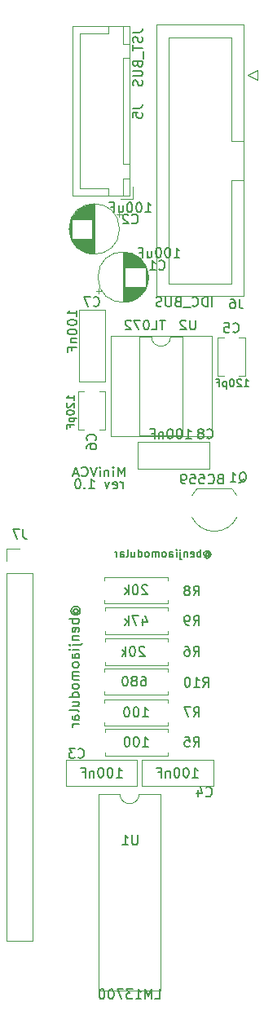
<source format=gbr>
%TF.GenerationSoftware,KiCad,Pcbnew,5.1.9+dfsg1-1~bpo10+1*%
%TF.CreationDate,2021-12-12T16:05:26+08:00*%
%TF.ProjectId,MiniVCA 1.0,4d696e69-5643-4412-9031-2e302e6b6963,rev?*%
%TF.SameCoordinates,Original*%
%TF.FileFunction,Legend,Bot*%
%TF.FilePolarity,Positive*%
%FSLAX46Y46*%
G04 Gerber Fmt 4.6, Leading zero omitted, Abs format (unit mm)*
G04 Created by KiCad (PCBNEW 5.1.9+dfsg1-1~bpo10+1) date 2021-12-12 16:05:26*
%MOMM*%
%LPD*%
G01*
G04 APERTURE LIST*
%ADD10C,0.150000*%
%ADD11C,0.200000*%
%ADD12C,0.120000*%
%ADD13C,0.130000*%
G04 APERTURE END LIST*
D10*
X108838095Y-108680952D02*
X108876190Y-108642857D01*
X108952380Y-108604761D01*
X109028571Y-108604761D01*
X109104761Y-108642857D01*
X109142857Y-108680952D01*
X109180952Y-108757142D01*
X109180952Y-108833333D01*
X109142857Y-108909523D01*
X109104761Y-108947619D01*
X109028571Y-108985714D01*
X108952380Y-108985714D01*
X108876190Y-108947619D01*
X108838095Y-108909523D01*
X108838095Y-108604761D02*
X108838095Y-108909523D01*
X108800000Y-108947619D01*
X108761904Y-108947619D01*
X108685714Y-108909523D01*
X108647619Y-108833333D01*
X108647619Y-108642857D01*
X108723809Y-108528571D01*
X108838095Y-108452380D01*
X108990476Y-108414285D01*
X109142857Y-108452380D01*
X109257142Y-108528571D01*
X109333333Y-108642857D01*
X109371428Y-108795238D01*
X109333333Y-108947619D01*
X109257142Y-109061904D01*
X109142857Y-109138095D01*
X108990476Y-109176190D01*
X108838095Y-109138095D01*
X108723809Y-109061904D01*
X108304761Y-109061904D02*
X108304761Y-108261904D01*
X108304761Y-108566666D02*
X108228571Y-108528571D01*
X108076190Y-108528571D01*
X108000000Y-108566666D01*
X107961904Y-108604761D01*
X107923809Y-108680952D01*
X107923809Y-108909523D01*
X107961904Y-108985714D01*
X108000000Y-109023809D01*
X108076190Y-109061904D01*
X108228571Y-109061904D01*
X108304761Y-109023809D01*
X107276190Y-109023809D02*
X107352380Y-109061904D01*
X107504761Y-109061904D01*
X107580952Y-109023809D01*
X107619047Y-108947619D01*
X107619047Y-108642857D01*
X107580952Y-108566666D01*
X107504761Y-108528571D01*
X107352380Y-108528571D01*
X107276190Y-108566666D01*
X107238095Y-108642857D01*
X107238095Y-108719047D01*
X107619047Y-108795238D01*
X106895238Y-108528571D02*
X106895238Y-109061904D01*
X106895238Y-108604761D02*
X106857142Y-108566666D01*
X106780952Y-108528571D01*
X106666666Y-108528571D01*
X106590476Y-108566666D01*
X106552380Y-108642857D01*
X106552380Y-109061904D01*
X106171428Y-108528571D02*
X106171428Y-109214285D01*
X106209523Y-109290476D01*
X106285714Y-109328571D01*
X106323809Y-109328571D01*
X106171428Y-108261904D02*
X106209523Y-108300000D01*
X106171428Y-108338095D01*
X106133333Y-108300000D01*
X106171428Y-108261904D01*
X106171428Y-108338095D01*
X105790476Y-109061904D02*
X105790476Y-108528571D01*
X105790476Y-108261904D02*
X105828571Y-108300000D01*
X105790476Y-108338095D01*
X105752380Y-108300000D01*
X105790476Y-108261904D01*
X105790476Y-108338095D01*
X105066666Y-109061904D02*
X105066666Y-108642857D01*
X105104761Y-108566666D01*
X105180952Y-108528571D01*
X105333333Y-108528571D01*
X105409523Y-108566666D01*
X105066666Y-109023809D02*
X105142857Y-109061904D01*
X105333333Y-109061904D01*
X105409523Y-109023809D01*
X105447619Y-108947619D01*
X105447619Y-108871428D01*
X105409523Y-108795238D01*
X105333333Y-108757142D01*
X105142857Y-108757142D01*
X105066666Y-108719047D01*
X104571428Y-109061904D02*
X104647619Y-109023809D01*
X104685714Y-108985714D01*
X104723809Y-108909523D01*
X104723809Y-108680952D01*
X104685714Y-108604761D01*
X104647619Y-108566666D01*
X104571428Y-108528571D01*
X104457142Y-108528571D01*
X104380952Y-108566666D01*
X104342857Y-108604761D01*
X104304761Y-108680952D01*
X104304761Y-108909523D01*
X104342857Y-108985714D01*
X104380952Y-109023809D01*
X104457142Y-109061904D01*
X104571428Y-109061904D01*
X103961904Y-109061904D02*
X103961904Y-108528571D01*
X103961904Y-108604761D02*
X103923809Y-108566666D01*
X103847619Y-108528571D01*
X103733333Y-108528571D01*
X103657142Y-108566666D01*
X103619047Y-108642857D01*
X103619047Y-109061904D01*
X103619047Y-108642857D02*
X103580952Y-108566666D01*
X103504761Y-108528571D01*
X103390476Y-108528571D01*
X103314285Y-108566666D01*
X103276190Y-108642857D01*
X103276190Y-109061904D01*
X102780952Y-109061904D02*
X102857142Y-109023809D01*
X102895238Y-108985714D01*
X102933333Y-108909523D01*
X102933333Y-108680952D01*
X102895238Y-108604761D01*
X102857142Y-108566666D01*
X102780952Y-108528571D01*
X102666666Y-108528571D01*
X102590476Y-108566666D01*
X102552380Y-108604761D01*
X102514285Y-108680952D01*
X102514285Y-108909523D01*
X102552380Y-108985714D01*
X102590476Y-109023809D01*
X102666666Y-109061904D01*
X102780952Y-109061904D01*
X101828571Y-109061904D02*
X101828571Y-108261904D01*
X101828571Y-109023809D02*
X101904761Y-109061904D01*
X102057142Y-109061904D01*
X102133333Y-109023809D01*
X102171428Y-108985714D01*
X102209523Y-108909523D01*
X102209523Y-108680952D01*
X102171428Y-108604761D01*
X102133333Y-108566666D01*
X102057142Y-108528571D01*
X101904761Y-108528571D01*
X101828571Y-108566666D01*
X101104761Y-108528571D02*
X101104761Y-109061904D01*
X101447619Y-108528571D02*
X101447619Y-108947619D01*
X101409523Y-109023809D01*
X101333333Y-109061904D01*
X101219047Y-109061904D01*
X101142857Y-109023809D01*
X101104761Y-108985714D01*
X100609523Y-109061904D02*
X100685714Y-109023809D01*
X100723809Y-108947619D01*
X100723809Y-108261904D01*
X99961904Y-109061904D02*
X99961904Y-108642857D01*
X100000000Y-108566666D01*
X100076190Y-108528571D01*
X100228571Y-108528571D01*
X100304761Y-108566666D01*
X99961904Y-109023809D02*
X100038095Y-109061904D01*
X100228571Y-109061904D01*
X100304761Y-109023809D01*
X100342857Y-108947619D01*
X100342857Y-108871428D01*
X100304761Y-108795238D01*
X100228571Y-108757142D01*
X100038095Y-108757142D01*
X99961904Y-108719047D01*
X99580952Y-109061904D02*
X99580952Y-108528571D01*
X99580952Y-108680952D02*
X99542857Y-108604761D01*
X99504761Y-108566666D01*
X99428571Y-108528571D01*
X99352380Y-108528571D01*
D11*
X95176190Y-114852380D02*
X95128571Y-114804761D01*
X95080952Y-114709523D01*
X95080952Y-114614285D01*
X95128571Y-114519047D01*
X95176190Y-114471428D01*
X95271428Y-114423809D01*
X95366666Y-114423809D01*
X95461904Y-114471428D01*
X95509523Y-114519047D01*
X95557142Y-114614285D01*
X95557142Y-114709523D01*
X95509523Y-114804761D01*
X95461904Y-114852380D01*
X95080952Y-114852380D02*
X95461904Y-114852380D01*
X95509523Y-114900000D01*
X95509523Y-114947619D01*
X95461904Y-115042857D01*
X95366666Y-115090476D01*
X95128571Y-115090476D01*
X94985714Y-114995238D01*
X94890476Y-114852380D01*
X94842857Y-114661904D01*
X94890476Y-114471428D01*
X94985714Y-114328571D01*
X95128571Y-114233333D01*
X95319047Y-114185714D01*
X95509523Y-114233333D01*
X95652380Y-114328571D01*
X95747619Y-114471428D01*
X95795238Y-114661904D01*
X95747619Y-114852380D01*
X95652380Y-114995238D01*
X95652380Y-115519047D02*
X94652380Y-115519047D01*
X95033333Y-115519047D02*
X94985714Y-115614285D01*
X94985714Y-115804761D01*
X95033333Y-115900000D01*
X95080952Y-115947619D01*
X95176190Y-115995238D01*
X95461904Y-115995238D01*
X95557142Y-115947619D01*
X95604761Y-115900000D01*
X95652380Y-115804761D01*
X95652380Y-115614285D01*
X95604761Y-115519047D01*
X95604761Y-116804761D02*
X95652380Y-116709523D01*
X95652380Y-116519047D01*
X95604761Y-116423809D01*
X95509523Y-116376190D01*
X95128571Y-116376190D01*
X95033333Y-116423809D01*
X94985714Y-116519047D01*
X94985714Y-116709523D01*
X95033333Y-116804761D01*
X95128571Y-116852380D01*
X95223809Y-116852380D01*
X95319047Y-116376190D01*
X94985714Y-117280952D02*
X95652380Y-117280952D01*
X95080952Y-117280952D02*
X95033333Y-117328571D01*
X94985714Y-117423809D01*
X94985714Y-117566666D01*
X95033333Y-117661904D01*
X95128571Y-117709523D01*
X95652380Y-117709523D01*
X94985714Y-118185714D02*
X95842857Y-118185714D01*
X95938095Y-118138095D01*
X95985714Y-118042857D01*
X95985714Y-117995238D01*
X94652380Y-118185714D02*
X94700000Y-118138095D01*
X94747619Y-118185714D01*
X94700000Y-118233333D01*
X94652380Y-118185714D01*
X94747619Y-118185714D01*
X95652380Y-118661904D02*
X94985714Y-118661904D01*
X94652380Y-118661904D02*
X94700000Y-118614285D01*
X94747619Y-118661904D01*
X94700000Y-118709523D01*
X94652380Y-118661904D01*
X94747619Y-118661904D01*
X95652380Y-119566666D02*
X95128571Y-119566666D01*
X95033333Y-119519047D01*
X94985714Y-119423809D01*
X94985714Y-119233333D01*
X95033333Y-119138095D01*
X95604761Y-119566666D02*
X95652380Y-119471428D01*
X95652380Y-119233333D01*
X95604761Y-119138095D01*
X95509523Y-119090476D01*
X95414285Y-119090476D01*
X95319047Y-119138095D01*
X95271428Y-119233333D01*
X95271428Y-119471428D01*
X95223809Y-119566666D01*
X95652380Y-120185714D02*
X95604761Y-120090476D01*
X95557142Y-120042857D01*
X95461904Y-119995238D01*
X95176190Y-119995238D01*
X95080952Y-120042857D01*
X95033333Y-120090476D01*
X94985714Y-120185714D01*
X94985714Y-120328571D01*
X95033333Y-120423809D01*
X95080952Y-120471428D01*
X95176190Y-120519047D01*
X95461904Y-120519047D01*
X95557142Y-120471428D01*
X95604761Y-120423809D01*
X95652380Y-120328571D01*
X95652380Y-120185714D01*
X95652380Y-120947619D02*
X94985714Y-120947619D01*
X95080952Y-120947619D02*
X95033333Y-120995238D01*
X94985714Y-121090476D01*
X94985714Y-121233333D01*
X95033333Y-121328571D01*
X95128571Y-121376190D01*
X95652380Y-121376190D01*
X95128571Y-121376190D02*
X95033333Y-121423809D01*
X94985714Y-121519047D01*
X94985714Y-121661904D01*
X95033333Y-121757142D01*
X95128571Y-121804761D01*
X95652380Y-121804761D01*
X95652380Y-122423809D02*
X95604761Y-122328571D01*
X95557142Y-122280952D01*
X95461904Y-122233333D01*
X95176190Y-122233333D01*
X95080952Y-122280952D01*
X95033333Y-122328571D01*
X94985714Y-122423809D01*
X94985714Y-122566666D01*
X95033333Y-122661904D01*
X95080952Y-122709523D01*
X95176190Y-122757142D01*
X95461904Y-122757142D01*
X95557142Y-122709523D01*
X95604761Y-122661904D01*
X95652380Y-122566666D01*
X95652380Y-122423809D01*
X95652380Y-123614285D02*
X94652380Y-123614285D01*
X95604761Y-123614285D02*
X95652380Y-123519047D01*
X95652380Y-123328571D01*
X95604761Y-123233333D01*
X95557142Y-123185714D01*
X95461904Y-123138095D01*
X95176190Y-123138095D01*
X95080952Y-123185714D01*
X95033333Y-123233333D01*
X94985714Y-123328571D01*
X94985714Y-123519047D01*
X95033333Y-123614285D01*
X94985714Y-124519047D02*
X95652380Y-124519047D01*
X94985714Y-124090476D02*
X95509523Y-124090476D01*
X95604761Y-124138095D01*
X95652380Y-124233333D01*
X95652380Y-124376190D01*
X95604761Y-124471428D01*
X95557142Y-124519047D01*
X95652380Y-125138095D02*
X95604761Y-125042857D01*
X95509523Y-124995238D01*
X94652380Y-124995238D01*
X95652380Y-125947619D02*
X95128571Y-125947619D01*
X95033333Y-125900000D01*
X94985714Y-125804761D01*
X94985714Y-125614285D01*
X95033333Y-125519047D01*
X95604761Y-125947619D02*
X95652380Y-125852380D01*
X95652380Y-125614285D01*
X95604761Y-125519047D01*
X95509523Y-125471428D01*
X95414285Y-125471428D01*
X95319047Y-125519047D01*
X95271428Y-125614285D01*
X95271428Y-125852380D01*
X95223809Y-125947619D01*
X95652380Y-126423809D02*
X94985714Y-126423809D01*
X95176190Y-126423809D02*
X95080952Y-126471428D01*
X95033333Y-126519047D01*
X94985714Y-126614285D01*
X94985714Y-126709523D01*
D10*
X100369047Y-100702380D02*
X100369047Y-99702380D01*
X100035714Y-100416666D01*
X99702380Y-99702380D01*
X99702380Y-100702380D01*
X99226190Y-100702380D02*
X99226190Y-100035714D01*
X99226190Y-99702380D02*
X99273809Y-99750000D01*
X99226190Y-99797619D01*
X99178571Y-99750000D01*
X99226190Y-99702380D01*
X99226190Y-99797619D01*
X98750000Y-100035714D02*
X98750000Y-100702380D01*
X98750000Y-100130952D02*
X98702380Y-100083333D01*
X98607142Y-100035714D01*
X98464285Y-100035714D01*
X98369047Y-100083333D01*
X98321428Y-100178571D01*
X98321428Y-100702380D01*
X97845238Y-100702380D02*
X97845238Y-100035714D01*
X97845238Y-99702380D02*
X97892857Y-99750000D01*
X97845238Y-99797619D01*
X97797619Y-99750000D01*
X97845238Y-99702380D01*
X97845238Y-99797619D01*
X97511904Y-99702380D02*
X97178571Y-100702380D01*
X96845238Y-99702380D01*
X95940476Y-100607142D02*
X95988095Y-100654761D01*
X96130952Y-100702380D01*
X96226190Y-100702380D01*
X96369047Y-100654761D01*
X96464285Y-100559523D01*
X96511904Y-100464285D01*
X96559523Y-100273809D01*
X96559523Y-100130952D01*
X96511904Y-99940476D01*
X96464285Y-99845238D01*
X96369047Y-99750000D01*
X96226190Y-99702380D01*
X96130952Y-99702380D01*
X95988095Y-99750000D01*
X95940476Y-99797619D01*
X95559523Y-100416666D02*
X95083333Y-100416666D01*
X95654761Y-100702380D02*
X95321428Y-99702380D01*
X94988095Y-100702380D01*
X100202380Y-101952380D02*
X100202380Y-101285714D01*
X100202380Y-101476190D02*
X100154761Y-101380952D01*
X100107142Y-101333333D01*
X100011904Y-101285714D01*
X99916666Y-101285714D01*
X99202380Y-101904761D02*
X99297619Y-101952380D01*
X99488095Y-101952380D01*
X99583333Y-101904761D01*
X99630952Y-101809523D01*
X99630952Y-101428571D01*
X99583333Y-101333333D01*
X99488095Y-101285714D01*
X99297619Y-101285714D01*
X99202380Y-101333333D01*
X99154761Y-101428571D01*
X99154761Y-101523809D01*
X99630952Y-101619047D01*
X98821428Y-101285714D02*
X98583333Y-101952380D01*
X98345238Y-101285714D01*
X96678571Y-101952380D02*
X97250000Y-101952380D01*
X96964285Y-101952380D02*
X96964285Y-100952380D01*
X97059523Y-101095238D01*
X97154761Y-101190476D01*
X97250000Y-101238095D01*
X96250000Y-101857142D02*
X96202380Y-101904761D01*
X96250000Y-101952380D01*
X96297619Y-101904761D01*
X96250000Y-101857142D01*
X96250000Y-101952380D01*
X95583333Y-100952380D02*
X95488095Y-100952380D01*
X95392857Y-101000000D01*
X95345238Y-101047619D01*
X95297619Y-101142857D01*
X95250000Y-101333333D01*
X95250000Y-101571428D01*
X95297619Y-101761904D01*
X95345238Y-101857142D01*
X95392857Y-101904761D01*
X95488095Y-101952380D01*
X95583333Y-101952380D01*
X95678571Y-101904761D01*
X95726190Y-101857142D01*
X95773809Y-101761904D01*
X95821428Y-101571428D01*
X95821428Y-101333333D01*
X95773809Y-101142857D01*
X95726190Y-101047619D01*
X95678571Y-101000000D01*
X95583333Y-100952380D01*
D12*
%TO.C,R10*%
X98320000Y-123370000D02*
X98320000Y-123040000D01*
X104860000Y-123370000D02*
X98320000Y-123370000D01*
X104860000Y-123040000D02*
X104860000Y-123370000D01*
X98320000Y-120630000D02*
X98320000Y-120960000D01*
X104860000Y-120630000D02*
X98320000Y-120630000D01*
X104860000Y-120960000D02*
X104860000Y-120630000D01*
%TO.C,R5*%
X104880000Y-126930000D02*
X104880000Y-127260000D01*
X98340000Y-126930000D02*
X104880000Y-126930000D01*
X98340000Y-127260000D02*
X98340000Y-126930000D01*
X104880000Y-129670000D02*
X104880000Y-129340000D01*
X98340000Y-129670000D02*
X104880000Y-129670000D01*
X98340000Y-129340000D02*
X98340000Y-129670000D01*
%TO.C,C6*%
X95580000Y-91830000D02*
X95580000Y-95870000D01*
X98420000Y-91830000D02*
X98420000Y-95870000D01*
X95580000Y-91830000D02*
X96205000Y-91830000D01*
X97795000Y-91830000D02*
X98420000Y-91830000D01*
X95580000Y-95870000D02*
X96205000Y-95870000D01*
X97795000Y-95870000D02*
X98420000Y-95870000D01*
%TO.C,U2*%
X105190000Y-86170000D02*
X106440000Y-86170000D01*
X106440000Y-86170000D02*
X106440000Y-96450000D01*
X106440000Y-96450000D02*
X101940000Y-96450000D01*
X101940000Y-96450000D02*
X101940000Y-86170000D01*
X101940000Y-86170000D02*
X103190000Y-86170000D01*
X109440000Y-86110000D02*
X109440000Y-96510000D01*
X109440000Y-96510000D02*
X98940000Y-96510000D01*
X98940000Y-96510000D02*
X98940000Y-86110000D01*
X98940000Y-86110000D02*
X109440000Y-86110000D01*
X103190000Y-86170000D02*
G75*
G03*
X105190000Y-86170000I1000000J0D01*
G01*
%TO.C,Q1*%
X107940000Y-101950000D02*
X111540000Y-101950000D01*
X112064184Y-102677205D02*
G75*
G03*
X111540000Y-101950000I-2324184J-1122795D01*
G01*
X112096400Y-104898807D02*
G75*
G02*
X109740000Y-106400000I-2356400J1098807D01*
G01*
X107383600Y-104898807D02*
G75*
G03*
X109740000Y-106400000I2356400J1098807D01*
G01*
X107415816Y-102677205D02*
G75*
G02*
X107940000Y-101950000I2324184J-1122795D01*
G01*
%TO.C,C1*%
X97695225Y-81725000D02*
X97695225Y-81225000D01*
X97445225Y-81475000D02*
X97945225Y-81475000D01*
X102851000Y-80284000D02*
X102851000Y-79716000D01*
X102811000Y-80518000D02*
X102811000Y-79482000D01*
X102771000Y-80677000D02*
X102771000Y-79323000D01*
X102731000Y-80805000D02*
X102731000Y-79195000D01*
X102691000Y-80915000D02*
X102691000Y-79085000D01*
X102651000Y-81011000D02*
X102651000Y-78989000D01*
X102611000Y-81098000D02*
X102611000Y-78902000D01*
X102571000Y-81178000D02*
X102571000Y-78822000D01*
X102531000Y-78960000D02*
X102531000Y-78749000D01*
X102531000Y-81251000D02*
X102531000Y-81040000D01*
X102491000Y-78960000D02*
X102491000Y-78681000D01*
X102491000Y-81319000D02*
X102491000Y-81040000D01*
X102451000Y-78960000D02*
X102451000Y-78617000D01*
X102451000Y-81383000D02*
X102451000Y-81040000D01*
X102411000Y-78960000D02*
X102411000Y-78557000D01*
X102411000Y-81443000D02*
X102411000Y-81040000D01*
X102371000Y-78960000D02*
X102371000Y-78500000D01*
X102371000Y-81500000D02*
X102371000Y-81040000D01*
X102331000Y-78960000D02*
X102331000Y-78446000D01*
X102331000Y-81554000D02*
X102331000Y-81040000D01*
X102291000Y-78960000D02*
X102291000Y-78395000D01*
X102291000Y-81605000D02*
X102291000Y-81040000D01*
X102251000Y-78960000D02*
X102251000Y-78347000D01*
X102251000Y-81653000D02*
X102251000Y-81040000D01*
X102211000Y-78960000D02*
X102211000Y-78301000D01*
X102211000Y-81699000D02*
X102211000Y-81040000D01*
X102171000Y-78960000D02*
X102171000Y-78257000D01*
X102171000Y-81743000D02*
X102171000Y-81040000D01*
X102131000Y-78960000D02*
X102131000Y-78215000D01*
X102131000Y-81785000D02*
X102131000Y-81040000D01*
X102091000Y-78960000D02*
X102091000Y-78174000D01*
X102091000Y-81826000D02*
X102091000Y-81040000D01*
X102051000Y-78960000D02*
X102051000Y-78136000D01*
X102051000Y-81864000D02*
X102051000Y-81040000D01*
X102011000Y-78960000D02*
X102011000Y-78099000D01*
X102011000Y-81901000D02*
X102011000Y-81040000D01*
X101971000Y-78960000D02*
X101971000Y-78063000D01*
X101971000Y-81937000D02*
X101971000Y-81040000D01*
X101931000Y-78960000D02*
X101931000Y-78029000D01*
X101931000Y-81971000D02*
X101931000Y-81040000D01*
X101891000Y-78960000D02*
X101891000Y-77996000D01*
X101891000Y-82004000D02*
X101891000Y-81040000D01*
X101851000Y-78960000D02*
X101851000Y-77965000D01*
X101851000Y-82035000D02*
X101851000Y-81040000D01*
X101811000Y-78960000D02*
X101811000Y-77935000D01*
X101811000Y-82065000D02*
X101811000Y-81040000D01*
X101771000Y-78960000D02*
X101771000Y-77905000D01*
X101771000Y-82095000D02*
X101771000Y-81040000D01*
X101731000Y-78960000D02*
X101731000Y-77878000D01*
X101731000Y-82122000D02*
X101731000Y-81040000D01*
X101691000Y-78960000D02*
X101691000Y-77851000D01*
X101691000Y-82149000D02*
X101691000Y-81040000D01*
X101651000Y-78960000D02*
X101651000Y-77825000D01*
X101651000Y-82175000D02*
X101651000Y-81040000D01*
X101611000Y-78960000D02*
X101611000Y-77800000D01*
X101611000Y-82200000D02*
X101611000Y-81040000D01*
X101571000Y-78960000D02*
X101571000Y-77776000D01*
X101571000Y-82224000D02*
X101571000Y-81040000D01*
X101531000Y-78960000D02*
X101531000Y-77753000D01*
X101531000Y-82247000D02*
X101531000Y-81040000D01*
X101491000Y-78960000D02*
X101491000Y-77732000D01*
X101491000Y-82268000D02*
X101491000Y-81040000D01*
X101451000Y-78960000D02*
X101451000Y-77710000D01*
X101451000Y-82290000D02*
X101451000Y-81040000D01*
X101411000Y-78960000D02*
X101411000Y-77690000D01*
X101411000Y-82310000D02*
X101411000Y-81040000D01*
X101371000Y-78960000D02*
X101371000Y-77671000D01*
X101371000Y-82329000D02*
X101371000Y-81040000D01*
X101331000Y-78960000D02*
X101331000Y-77652000D01*
X101331000Y-82348000D02*
X101331000Y-81040000D01*
X101291000Y-78960000D02*
X101291000Y-77635000D01*
X101291000Y-82365000D02*
X101291000Y-81040000D01*
X101251000Y-78960000D02*
X101251000Y-77618000D01*
X101251000Y-82382000D02*
X101251000Y-81040000D01*
X101211000Y-78960000D02*
X101211000Y-77602000D01*
X101211000Y-82398000D02*
X101211000Y-81040000D01*
X101171000Y-78960000D02*
X101171000Y-77586000D01*
X101171000Y-82414000D02*
X101171000Y-81040000D01*
X101131000Y-78960000D02*
X101131000Y-77572000D01*
X101131000Y-82428000D02*
X101131000Y-81040000D01*
X101091000Y-78960000D02*
X101091000Y-77558000D01*
X101091000Y-82442000D02*
X101091000Y-81040000D01*
X101051000Y-78960000D02*
X101051000Y-77545000D01*
X101051000Y-82455000D02*
X101051000Y-81040000D01*
X101011000Y-78960000D02*
X101011000Y-77532000D01*
X101011000Y-82468000D02*
X101011000Y-81040000D01*
X100971000Y-78960000D02*
X100971000Y-77520000D01*
X100971000Y-82480000D02*
X100971000Y-81040000D01*
X100930000Y-78960000D02*
X100930000Y-77509000D01*
X100930000Y-82491000D02*
X100930000Y-81040000D01*
X100890000Y-78960000D02*
X100890000Y-77499000D01*
X100890000Y-82501000D02*
X100890000Y-81040000D01*
X100850000Y-78960000D02*
X100850000Y-77489000D01*
X100850000Y-82511000D02*
X100850000Y-81040000D01*
X100810000Y-78960000D02*
X100810000Y-77480000D01*
X100810000Y-82520000D02*
X100810000Y-81040000D01*
X100770000Y-78960000D02*
X100770000Y-77472000D01*
X100770000Y-82528000D02*
X100770000Y-81040000D01*
X100730000Y-78960000D02*
X100730000Y-77464000D01*
X100730000Y-82536000D02*
X100730000Y-81040000D01*
X100690000Y-78960000D02*
X100690000Y-77457000D01*
X100690000Y-82543000D02*
X100690000Y-81040000D01*
X100650000Y-78960000D02*
X100650000Y-77450000D01*
X100650000Y-82550000D02*
X100650000Y-81040000D01*
X100610000Y-78960000D02*
X100610000Y-77444000D01*
X100610000Y-82556000D02*
X100610000Y-81040000D01*
X100570000Y-78960000D02*
X100570000Y-77439000D01*
X100570000Y-82561000D02*
X100570000Y-81040000D01*
X100530000Y-78960000D02*
X100530000Y-77435000D01*
X100530000Y-82565000D02*
X100530000Y-81040000D01*
X100490000Y-78960000D02*
X100490000Y-77431000D01*
X100490000Y-82569000D02*
X100490000Y-81040000D01*
X100450000Y-82573000D02*
X100450000Y-77427000D01*
X100410000Y-82576000D02*
X100410000Y-77424000D01*
X100370000Y-82578000D02*
X100370000Y-77422000D01*
X100330000Y-82579000D02*
X100330000Y-77421000D01*
X100290000Y-82580000D02*
X100290000Y-77420000D01*
X100250000Y-82580000D02*
X100250000Y-77420000D01*
X102870000Y-80000000D02*
G75*
G03*
X102870000Y-80000000I-2620000J0D01*
G01*
%TO.C,C2*%
X99870000Y-75000000D02*
G75*
G03*
X99870000Y-75000000I-2620000J0D01*
G01*
X97250000Y-72420000D02*
X97250000Y-77580000D01*
X97210000Y-72420000D02*
X97210000Y-77580000D01*
X97170000Y-72421000D02*
X97170000Y-77579000D01*
X97130000Y-72422000D02*
X97130000Y-77578000D01*
X97090000Y-72424000D02*
X97090000Y-77576000D01*
X97050000Y-72427000D02*
X97050000Y-77573000D01*
X97010000Y-72431000D02*
X97010000Y-73960000D01*
X97010000Y-76040000D02*
X97010000Y-77569000D01*
X96970000Y-72435000D02*
X96970000Y-73960000D01*
X96970000Y-76040000D02*
X96970000Y-77565000D01*
X96930000Y-72439000D02*
X96930000Y-73960000D01*
X96930000Y-76040000D02*
X96930000Y-77561000D01*
X96890000Y-72444000D02*
X96890000Y-73960000D01*
X96890000Y-76040000D02*
X96890000Y-77556000D01*
X96850000Y-72450000D02*
X96850000Y-73960000D01*
X96850000Y-76040000D02*
X96850000Y-77550000D01*
X96810000Y-72457000D02*
X96810000Y-73960000D01*
X96810000Y-76040000D02*
X96810000Y-77543000D01*
X96770000Y-72464000D02*
X96770000Y-73960000D01*
X96770000Y-76040000D02*
X96770000Y-77536000D01*
X96730000Y-72472000D02*
X96730000Y-73960000D01*
X96730000Y-76040000D02*
X96730000Y-77528000D01*
X96690000Y-72480000D02*
X96690000Y-73960000D01*
X96690000Y-76040000D02*
X96690000Y-77520000D01*
X96650000Y-72489000D02*
X96650000Y-73960000D01*
X96650000Y-76040000D02*
X96650000Y-77511000D01*
X96610000Y-72499000D02*
X96610000Y-73960000D01*
X96610000Y-76040000D02*
X96610000Y-77501000D01*
X96570000Y-72509000D02*
X96570000Y-73960000D01*
X96570000Y-76040000D02*
X96570000Y-77491000D01*
X96529000Y-72520000D02*
X96529000Y-73960000D01*
X96529000Y-76040000D02*
X96529000Y-77480000D01*
X96489000Y-72532000D02*
X96489000Y-73960000D01*
X96489000Y-76040000D02*
X96489000Y-77468000D01*
X96449000Y-72545000D02*
X96449000Y-73960000D01*
X96449000Y-76040000D02*
X96449000Y-77455000D01*
X96409000Y-72558000D02*
X96409000Y-73960000D01*
X96409000Y-76040000D02*
X96409000Y-77442000D01*
X96369000Y-72572000D02*
X96369000Y-73960000D01*
X96369000Y-76040000D02*
X96369000Y-77428000D01*
X96329000Y-72586000D02*
X96329000Y-73960000D01*
X96329000Y-76040000D02*
X96329000Y-77414000D01*
X96289000Y-72602000D02*
X96289000Y-73960000D01*
X96289000Y-76040000D02*
X96289000Y-77398000D01*
X96249000Y-72618000D02*
X96249000Y-73960000D01*
X96249000Y-76040000D02*
X96249000Y-77382000D01*
X96209000Y-72635000D02*
X96209000Y-73960000D01*
X96209000Y-76040000D02*
X96209000Y-77365000D01*
X96169000Y-72652000D02*
X96169000Y-73960000D01*
X96169000Y-76040000D02*
X96169000Y-77348000D01*
X96129000Y-72671000D02*
X96129000Y-73960000D01*
X96129000Y-76040000D02*
X96129000Y-77329000D01*
X96089000Y-72690000D02*
X96089000Y-73960000D01*
X96089000Y-76040000D02*
X96089000Y-77310000D01*
X96049000Y-72710000D02*
X96049000Y-73960000D01*
X96049000Y-76040000D02*
X96049000Y-77290000D01*
X96009000Y-72732000D02*
X96009000Y-73960000D01*
X96009000Y-76040000D02*
X96009000Y-77268000D01*
X95969000Y-72753000D02*
X95969000Y-73960000D01*
X95969000Y-76040000D02*
X95969000Y-77247000D01*
X95929000Y-72776000D02*
X95929000Y-73960000D01*
X95929000Y-76040000D02*
X95929000Y-77224000D01*
X95889000Y-72800000D02*
X95889000Y-73960000D01*
X95889000Y-76040000D02*
X95889000Y-77200000D01*
X95849000Y-72825000D02*
X95849000Y-73960000D01*
X95849000Y-76040000D02*
X95849000Y-77175000D01*
X95809000Y-72851000D02*
X95809000Y-73960000D01*
X95809000Y-76040000D02*
X95809000Y-77149000D01*
X95769000Y-72878000D02*
X95769000Y-73960000D01*
X95769000Y-76040000D02*
X95769000Y-77122000D01*
X95729000Y-72905000D02*
X95729000Y-73960000D01*
X95729000Y-76040000D02*
X95729000Y-77095000D01*
X95689000Y-72935000D02*
X95689000Y-73960000D01*
X95689000Y-76040000D02*
X95689000Y-77065000D01*
X95649000Y-72965000D02*
X95649000Y-73960000D01*
X95649000Y-76040000D02*
X95649000Y-77035000D01*
X95609000Y-72996000D02*
X95609000Y-73960000D01*
X95609000Y-76040000D02*
X95609000Y-77004000D01*
X95569000Y-73029000D02*
X95569000Y-73960000D01*
X95569000Y-76040000D02*
X95569000Y-76971000D01*
X95529000Y-73063000D02*
X95529000Y-73960000D01*
X95529000Y-76040000D02*
X95529000Y-76937000D01*
X95489000Y-73099000D02*
X95489000Y-73960000D01*
X95489000Y-76040000D02*
X95489000Y-76901000D01*
X95449000Y-73136000D02*
X95449000Y-73960000D01*
X95449000Y-76040000D02*
X95449000Y-76864000D01*
X95409000Y-73174000D02*
X95409000Y-73960000D01*
X95409000Y-76040000D02*
X95409000Y-76826000D01*
X95369000Y-73215000D02*
X95369000Y-73960000D01*
X95369000Y-76040000D02*
X95369000Y-76785000D01*
X95329000Y-73257000D02*
X95329000Y-73960000D01*
X95329000Y-76040000D02*
X95329000Y-76743000D01*
X95289000Y-73301000D02*
X95289000Y-73960000D01*
X95289000Y-76040000D02*
X95289000Y-76699000D01*
X95249000Y-73347000D02*
X95249000Y-73960000D01*
X95249000Y-76040000D02*
X95249000Y-76653000D01*
X95209000Y-73395000D02*
X95209000Y-73960000D01*
X95209000Y-76040000D02*
X95209000Y-76605000D01*
X95169000Y-73446000D02*
X95169000Y-73960000D01*
X95169000Y-76040000D02*
X95169000Y-76554000D01*
X95129000Y-73500000D02*
X95129000Y-73960000D01*
X95129000Y-76040000D02*
X95129000Y-76500000D01*
X95089000Y-73557000D02*
X95089000Y-73960000D01*
X95089000Y-76040000D02*
X95089000Y-76443000D01*
X95049000Y-73617000D02*
X95049000Y-73960000D01*
X95049000Y-76040000D02*
X95049000Y-76383000D01*
X95009000Y-73681000D02*
X95009000Y-73960000D01*
X95009000Y-76040000D02*
X95009000Y-76319000D01*
X94969000Y-73749000D02*
X94969000Y-73960000D01*
X94969000Y-76040000D02*
X94969000Y-76251000D01*
X94929000Y-73822000D02*
X94929000Y-76178000D01*
X94889000Y-73902000D02*
X94889000Y-76098000D01*
X94849000Y-73989000D02*
X94849000Y-76011000D01*
X94809000Y-74085000D02*
X94809000Y-75915000D01*
X94769000Y-74195000D02*
X94769000Y-75805000D01*
X94729000Y-74323000D02*
X94729000Y-75677000D01*
X94689000Y-74482000D02*
X94689000Y-75518000D01*
X94649000Y-74716000D02*
X94649000Y-75284000D01*
X100054775Y-73525000D02*
X99554775Y-73525000D01*
X99804775Y-73275000D02*
X99804775Y-73775000D01*
%TO.C,C3*%
X101720000Y-130130000D02*
X94280000Y-130130000D01*
X101720000Y-132870000D02*
X94280000Y-132870000D01*
X101720000Y-130130000D02*
X101720000Y-132870000D01*
X94280000Y-130130000D02*
X94280000Y-132870000D01*
%TO.C,C4*%
X109620000Y-132870000D02*
X109620000Y-130130000D01*
X102180000Y-132870000D02*
X102180000Y-130130000D01*
X102180000Y-130130000D02*
X109620000Y-130130000D01*
X102180000Y-132870000D02*
X109620000Y-132870000D01*
%TO.C,C5*%
X112295000Y-90270000D02*
X112920000Y-90270000D01*
X110080000Y-90270000D02*
X110705000Y-90270000D01*
X112295000Y-86230000D02*
X112920000Y-86230000D01*
X110080000Y-86230000D02*
X110705000Y-86230000D01*
X112920000Y-86230000D02*
X112920000Y-90270000D01*
X110080000Y-86230000D02*
X110080000Y-90270000D01*
%TO.C,C7*%
X98370000Y-83380000D02*
X95630000Y-83380000D01*
X98370000Y-90820000D02*
X95630000Y-90820000D01*
X95630000Y-90820000D02*
X95630000Y-83380000D01*
X98370000Y-90820000D02*
X98370000Y-83380000D01*
%TO.C,C8*%
X101780000Y-99870000D02*
X109220000Y-99870000D01*
X101780000Y-97130000D02*
X109220000Y-97130000D01*
X101780000Y-99870000D02*
X101780000Y-97130000D01*
X109220000Y-99870000D02*
X109220000Y-97130000D01*
%TO.C,J5*%
X100960000Y-71560000D02*
X94990000Y-71560000D01*
X94990000Y-71560000D02*
X94990000Y-53940000D01*
X94990000Y-53940000D02*
X100960000Y-53940000D01*
X100960000Y-53940000D02*
X100960000Y-71560000D01*
X100950000Y-68250000D02*
X100200000Y-68250000D01*
X100200000Y-68250000D02*
X100200000Y-57250000D01*
X100200000Y-57250000D02*
X100950000Y-57250000D01*
X100950000Y-57250000D02*
X100950000Y-68250000D01*
X100950000Y-71550000D02*
X100200000Y-71550000D01*
X100200000Y-71550000D02*
X100200000Y-69750000D01*
X100200000Y-69750000D02*
X100950000Y-69750000D01*
X100950000Y-69750000D02*
X100950000Y-71550000D01*
X100950000Y-55750000D02*
X100200000Y-55750000D01*
X100200000Y-55750000D02*
X100200000Y-53950000D01*
X100200000Y-53950000D02*
X100950000Y-53950000D01*
X100950000Y-53950000D02*
X100950000Y-55750000D01*
X98700000Y-71550000D02*
X98700000Y-70800000D01*
X98700000Y-70800000D02*
X95750000Y-70800000D01*
X95750000Y-70800000D02*
X95750000Y-62750000D01*
X98700000Y-53950000D02*
X98700000Y-54700000D01*
X98700000Y-54700000D02*
X95750000Y-54700000D01*
X95750000Y-54700000D02*
X95750000Y-62750000D01*
X101250000Y-70600000D02*
X101250000Y-71850000D01*
X101250000Y-71850000D02*
X100000000Y-71850000D01*
%TO.C,J6*%
X112790000Y-53790000D02*
X103670000Y-53790000D01*
X103670000Y-53790000D02*
X103670000Y-81990000D01*
X103670000Y-81990000D02*
X112790000Y-81990000D01*
X112790000Y-81990000D02*
X112790000Y-53790000D01*
X112790000Y-65840000D02*
X111480000Y-65840000D01*
X111480000Y-65840000D02*
X111480000Y-55090000D01*
X111480000Y-55090000D02*
X104980000Y-55090000D01*
X104980000Y-55090000D02*
X104980000Y-80690000D01*
X104980000Y-80690000D02*
X111480000Y-80690000D01*
X111480000Y-80690000D02*
X111480000Y-69940000D01*
X111480000Y-69940000D02*
X111480000Y-69940000D01*
X111480000Y-69940000D02*
X112790000Y-69940000D01*
X113180000Y-59000000D02*
X114180000Y-58500000D01*
X114180000Y-58500000D02*
X114180000Y-59500000D01*
X114180000Y-59500000D02*
X113180000Y-59000000D01*
%TO.C,R6*%
X104880000Y-117530000D02*
X104880000Y-117860000D01*
X98340000Y-117530000D02*
X104880000Y-117530000D01*
X98340000Y-117860000D02*
X98340000Y-117530000D01*
X104880000Y-120270000D02*
X104880000Y-119940000D01*
X98340000Y-120270000D02*
X104880000Y-120270000D01*
X98340000Y-119940000D02*
X98340000Y-120270000D01*
%TO.C,R7*%
X98320000Y-126570000D02*
X98320000Y-126240000D01*
X104860000Y-126570000D02*
X98320000Y-126570000D01*
X104860000Y-126240000D02*
X104860000Y-126570000D01*
X98320000Y-123830000D02*
X98320000Y-124160000D01*
X104860000Y-123830000D02*
X98320000Y-123830000D01*
X104860000Y-124160000D02*
X104860000Y-123830000D01*
%TO.C,R8*%
X104860000Y-111460000D02*
X104860000Y-111130000D01*
X104860000Y-111130000D02*
X98320000Y-111130000D01*
X98320000Y-111130000D02*
X98320000Y-111460000D01*
X104860000Y-113540000D02*
X104860000Y-113870000D01*
X104860000Y-113870000D02*
X98320000Y-113870000D01*
X98320000Y-113870000D02*
X98320000Y-113540000D01*
%TO.C,R9*%
X98340000Y-116740000D02*
X98340000Y-117070000D01*
X98340000Y-117070000D02*
X104880000Y-117070000D01*
X104880000Y-117070000D02*
X104880000Y-116740000D01*
X98340000Y-114660000D02*
X98340000Y-114330000D01*
X98340000Y-114330000D02*
X104880000Y-114330000D01*
X104880000Y-114330000D02*
X104880000Y-114660000D01*
%TO.C,U1*%
X97685000Y-133670000D02*
X99920000Y-133670000D01*
X97685000Y-154110000D02*
X97685000Y-133670000D01*
X104155000Y-154110000D02*
X97685000Y-154110000D01*
X104155000Y-133670000D02*
X104155000Y-154110000D01*
X101920000Y-133670000D02*
X104155000Y-133670000D01*
X99920000Y-133670000D02*
G75*
G03*
X101920000Y-133670000I1000000J0D01*
G01*
%TO.C,J7*%
X90830000Y-110770000D02*
X88170000Y-110770000D01*
X90830000Y-110770000D02*
X90830000Y-148930000D01*
X90830000Y-148930000D02*
X88170000Y-148930000D01*
X88170000Y-110770000D02*
X88170000Y-148930000D01*
X88170000Y-108170000D02*
X88170000Y-109500000D01*
X89500000Y-108170000D02*
X88170000Y-108170000D01*
%TO.C,R10*%
D10*
X108542857Y-122552380D02*
X108876190Y-122076190D01*
X109114285Y-122552380D02*
X109114285Y-121552380D01*
X108733333Y-121552380D01*
X108638095Y-121600000D01*
X108590476Y-121647619D01*
X108542857Y-121742857D01*
X108542857Y-121885714D01*
X108590476Y-121980952D01*
X108638095Y-122028571D01*
X108733333Y-122076190D01*
X109114285Y-122076190D01*
X107590476Y-122552380D02*
X108161904Y-122552380D01*
X107876190Y-122552380D02*
X107876190Y-121552380D01*
X107971428Y-121695238D01*
X108066666Y-121790476D01*
X108161904Y-121838095D01*
X106971428Y-121552380D02*
X106876190Y-121552380D01*
X106780952Y-121600000D01*
X106733333Y-121647619D01*
X106685714Y-121742857D01*
X106638095Y-121933333D01*
X106638095Y-122171428D01*
X106685714Y-122361904D01*
X106733333Y-122457142D01*
X106780952Y-122504761D01*
X106876190Y-122552380D01*
X106971428Y-122552380D01*
X107066666Y-122504761D01*
X107114285Y-122457142D01*
X107161904Y-122361904D01*
X107209523Y-122171428D01*
X107209523Y-121933333D01*
X107161904Y-121742857D01*
X107114285Y-121647619D01*
X107066666Y-121600000D01*
X106971428Y-121552380D01*
X102161904Y-121452380D02*
X102352380Y-121452380D01*
X102447619Y-121500000D01*
X102495238Y-121547619D01*
X102590476Y-121690476D01*
X102638095Y-121880952D01*
X102638095Y-122261904D01*
X102590476Y-122357142D01*
X102542857Y-122404761D01*
X102447619Y-122452380D01*
X102257142Y-122452380D01*
X102161904Y-122404761D01*
X102114285Y-122357142D01*
X102066666Y-122261904D01*
X102066666Y-122023809D01*
X102114285Y-121928571D01*
X102161904Y-121880952D01*
X102257142Y-121833333D01*
X102447619Y-121833333D01*
X102542857Y-121880952D01*
X102590476Y-121928571D01*
X102638095Y-122023809D01*
X101495238Y-121880952D02*
X101590476Y-121833333D01*
X101638095Y-121785714D01*
X101685714Y-121690476D01*
X101685714Y-121642857D01*
X101638095Y-121547619D01*
X101590476Y-121500000D01*
X101495238Y-121452380D01*
X101304761Y-121452380D01*
X101209523Y-121500000D01*
X101161904Y-121547619D01*
X101114285Y-121642857D01*
X101114285Y-121690476D01*
X101161904Y-121785714D01*
X101209523Y-121833333D01*
X101304761Y-121880952D01*
X101495238Y-121880952D01*
X101590476Y-121928571D01*
X101638095Y-121976190D01*
X101685714Y-122071428D01*
X101685714Y-122261904D01*
X101638095Y-122357142D01*
X101590476Y-122404761D01*
X101495238Y-122452380D01*
X101304761Y-122452380D01*
X101209523Y-122404761D01*
X101161904Y-122357142D01*
X101114285Y-122261904D01*
X101114285Y-122071428D01*
X101161904Y-121976190D01*
X101209523Y-121928571D01*
X101304761Y-121880952D01*
X100495238Y-121452380D02*
X100400000Y-121452380D01*
X100304761Y-121500000D01*
X100257142Y-121547619D01*
X100209523Y-121642857D01*
X100161904Y-121833333D01*
X100161904Y-122071428D01*
X100209523Y-122261904D01*
X100257142Y-122357142D01*
X100304761Y-122404761D01*
X100400000Y-122452380D01*
X100495238Y-122452380D01*
X100590476Y-122404761D01*
X100638095Y-122357142D01*
X100685714Y-122261904D01*
X100733333Y-122071428D01*
X100733333Y-121833333D01*
X100685714Y-121642857D01*
X100638095Y-121547619D01*
X100590476Y-121500000D01*
X100495238Y-121452380D01*
%TO.C,R5*%
X107566666Y-128752380D02*
X107900000Y-128276190D01*
X108138095Y-128752380D02*
X108138095Y-127752380D01*
X107757142Y-127752380D01*
X107661904Y-127800000D01*
X107614285Y-127847619D01*
X107566666Y-127942857D01*
X107566666Y-128085714D01*
X107614285Y-128180952D01*
X107661904Y-128228571D01*
X107757142Y-128276190D01*
X108138095Y-128276190D01*
X106661904Y-127752380D02*
X107138095Y-127752380D01*
X107185714Y-128228571D01*
X107138095Y-128180952D01*
X107042857Y-128133333D01*
X106804761Y-128133333D01*
X106709523Y-128180952D01*
X106661904Y-128228571D01*
X106614285Y-128323809D01*
X106614285Y-128561904D01*
X106661904Y-128657142D01*
X106709523Y-128704761D01*
X106804761Y-128752380D01*
X107042857Y-128752380D01*
X107138095Y-128704761D01*
X107185714Y-128657142D01*
X102276666Y-128752380D02*
X102848095Y-128752380D01*
X102562380Y-128752380D02*
X102562380Y-127752380D01*
X102657619Y-127895238D01*
X102752857Y-127990476D01*
X102848095Y-128038095D01*
X101657619Y-127752380D02*
X101562380Y-127752380D01*
X101467142Y-127800000D01*
X101419523Y-127847619D01*
X101371904Y-127942857D01*
X101324285Y-128133333D01*
X101324285Y-128371428D01*
X101371904Y-128561904D01*
X101419523Y-128657142D01*
X101467142Y-128704761D01*
X101562380Y-128752380D01*
X101657619Y-128752380D01*
X101752857Y-128704761D01*
X101800476Y-128657142D01*
X101848095Y-128561904D01*
X101895714Y-128371428D01*
X101895714Y-128133333D01*
X101848095Y-127942857D01*
X101800476Y-127847619D01*
X101752857Y-127800000D01*
X101657619Y-127752380D01*
X100705238Y-127752380D02*
X100610000Y-127752380D01*
X100514761Y-127800000D01*
X100467142Y-127847619D01*
X100419523Y-127942857D01*
X100371904Y-128133333D01*
X100371904Y-128371428D01*
X100419523Y-128561904D01*
X100467142Y-128657142D01*
X100514761Y-128704761D01*
X100610000Y-128752380D01*
X100705238Y-128752380D01*
X100800476Y-128704761D01*
X100848095Y-128657142D01*
X100895714Y-128561904D01*
X100943333Y-128371428D01*
X100943333Y-128133333D01*
X100895714Y-127942857D01*
X100848095Y-127847619D01*
X100800476Y-127800000D01*
X100705238Y-127752380D01*
%TO.C,C6*%
X97357142Y-96933333D02*
X97404761Y-96885714D01*
X97452380Y-96742857D01*
X97452380Y-96647619D01*
X97404761Y-96504761D01*
X97309523Y-96409523D01*
X97214285Y-96361904D01*
X97023809Y-96314285D01*
X96880952Y-96314285D01*
X96690476Y-96361904D01*
X96595238Y-96409523D01*
X96500000Y-96504761D01*
X96452380Y-96647619D01*
X96452380Y-96742857D01*
X96500000Y-96885714D01*
X96547619Y-96933333D01*
X96452380Y-97790476D02*
X96452380Y-97600000D01*
X96500000Y-97504761D01*
X96547619Y-97457142D01*
X96690476Y-97361904D01*
X96880952Y-97314285D01*
X97261904Y-97314285D01*
X97357142Y-97361904D01*
X97404761Y-97409523D01*
X97452380Y-97504761D01*
X97452380Y-97695238D01*
X97404761Y-97790476D01*
X97357142Y-97838095D01*
X97261904Y-97885714D01*
X97023809Y-97885714D01*
X96928571Y-97838095D01*
X96880952Y-97790476D01*
X96833333Y-97695238D01*
X96833333Y-97504761D01*
X96880952Y-97409523D01*
X96928571Y-97361904D01*
X97023809Y-97314285D01*
D13*
X95161904Y-92761904D02*
X95161904Y-92304761D01*
X95161904Y-92533333D02*
X94361904Y-92533333D01*
X94476190Y-92457142D01*
X94552380Y-92380952D01*
X94590476Y-92304761D01*
X94438095Y-93066666D02*
X94400000Y-93104761D01*
X94361904Y-93180952D01*
X94361904Y-93371428D01*
X94400000Y-93447619D01*
X94438095Y-93485714D01*
X94514285Y-93523809D01*
X94590476Y-93523809D01*
X94704761Y-93485714D01*
X95161904Y-93028571D01*
X95161904Y-93523809D01*
X94361904Y-94019047D02*
X94361904Y-94095238D01*
X94400000Y-94171428D01*
X94438095Y-94209523D01*
X94514285Y-94247619D01*
X94666666Y-94285714D01*
X94857142Y-94285714D01*
X95009523Y-94247619D01*
X95085714Y-94209523D01*
X95123809Y-94171428D01*
X95161904Y-94095238D01*
X95161904Y-94019047D01*
X95123809Y-93942857D01*
X95085714Y-93904761D01*
X95009523Y-93866666D01*
X94857142Y-93828571D01*
X94666666Y-93828571D01*
X94514285Y-93866666D01*
X94438095Y-93904761D01*
X94400000Y-93942857D01*
X94361904Y-94019047D01*
X94628571Y-94628571D02*
X95428571Y-94628571D01*
X94666666Y-94628571D02*
X94628571Y-94704761D01*
X94628571Y-94857142D01*
X94666666Y-94933333D01*
X94704761Y-94971428D01*
X94780952Y-95009523D01*
X95009523Y-95009523D01*
X95085714Y-94971428D01*
X95123809Y-94933333D01*
X95161904Y-94857142D01*
X95161904Y-94704761D01*
X95123809Y-94628571D01*
X94742857Y-95619047D02*
X94742857Y-95352380D01*
X95161904Y-95352380D02*
X94361904Y-95352380D01*
X94361904Y-95733333D01*
%TO.C,U2*%
D10*
X107761904Y-84452380D02*
X107761904Y-85261904D01*
X107714285Y-85357142D01*
X107666666Y-85404761D01*
X107571428Y-85452380D01*
X107380952Y-85452380D01*
X107285714Y-85404761D01*
X107238095Y-85357142D01*
X107190476Y-85261904D01*
X107190476Y-84452380D01*
X106761904Y-84547619D02*
X106714285Y-84500000D01*
X106619047Y-84452380D01*
X106380952Y-84452380D01*
X106285714Y-84500000D01*
X106238095Y-84547619D01*
X106190476Y-84642857D01*
X106190476Y-84738095D01*
X106238095Y-84880952D01*
X106809523Y-85452380D01*
X106190476Y-85452380D01*
X104619047Y-84452380D02*
X104047619Y-84452380D01*
X104333333Y-85452380D02*
X104333333Y-84452380D01*
X103238095Y-85452380D02*
X103714285Y-85452380D01*
X103714285Y-84452380D01*
X102714285Y-84452380D02*
X102619047Y-84452380D01*
X102523809Y-84500000D01*
X102476190Y-84547619D01*
X102428571Y-84642857D01*
X102380952Y-84833333D01*
X102380952Y-85071428D01*
X102428571Y-85261904D01*
X102476190Y-85357142D01*
X102523809Y-85404761D01*
X102619047Y-85452380D01*
X102714285Y-85452380D01*
X102809523Y-85404761D01*
X102857142Y-85357142D01*
X102904761Y-85261904D01*
X102952380Y-85071428D01*
X102952380Y-84833333D01*
X102904761Y-84642857D01*
X102857142Y-84547619D01*
X102809523Y-84500000D01*
X102714285Y-84452380D01*
X102047619Y-84452380D02*
X101380952Y-84452380D01*
X101809523Y-85452380D01*
X101047619Y-84547619D02*
X101000000Y-84500000D01*
X100904761Y-84452380D01*
X100666666Y-84452380D01*
X100571428Y-84500000D01*
X100523809Y-84547619D01*
X100476190Y-84642857D01*
X100476190Y-84738095D01*
X100523809Y-84880952D01*
X101095238Y-85452380D01*
X100476190Y-85452380D01*
%TO.C,Q1*%
X112295238Y-101347619D02*
X112390476Y-101300000D01*
X112485714Y-101204761D01*
X112628571Y-101061904D01*
X112723809Y-101014285D01*
X112819047Y-101014285D01*
X112771428Y-101252380D02*
X112866666Y-101204761D01*
X112961904Y-101109523D01*
X113009523Y-100919047D01*
X113009523Y-100585714D01*
X112961904Y-100395238D01*
X112866666Y-100300000D01*
X112771428Y-100252380D01*
X112580952Y-100252380D01*
X112485714Y-100300000D01*
X112390476Y-100395238D01*
X112342857Y-100585714D01*
X112342857Y-100919047D01*
X112390476Y-101109523D01*
X112485714Y-101204761D01*
X112580952Y-101252380D01*
X112771428Y-101252380D01*
X111390476Y-101252380D02*
X111961904Y-101252380D01*
X111676190Y-101252380D02*
X111676190Y-100252380D01*
X111771428Y-100395238D01*
X111866666Y-100490476D01*
X111961904Y-100538095D01*
X110327142Y-100938571D02*
X110184285Y-100986190D01*
X110136666Y-101033809D01*
X110089047Y-101129047D01*
X110089047Y-101271904D01*
X110136666Y-101367142D01*
X110184285Y-101414761D01*
X110279523Y-101462380D01*
X110660476Y-101462380D01*
X110660476Y-100462380D01*
X110327142Y-100462380D01*
X110231904Y-100510000D01*
X110184285Y-100557619D01*
X110136666Y-100652857D01*
X110136666Y-100748095D01*
X110184285Y-100843333D01*
X110231904Y-100890952D01*
X110327142Y-100938571D01*
X110660476Y-100938571D01*
X109089047Y-101367142D02*
X109136666Y-101414761D01*
X109279523Y-101462380D01*
X109374761Y-101462380D01*
X109517619Y-101414761D01*
X109612857Y-101319523D01*
X109660476Y-101224285D01*
X109708095Y-101033809D01*
X109708095Y-100890952D01*
X109660476Y-100700476D01*
X109612857Y-100605238D01*
X109517619Y-100510000D01*
X109374761Y-100462380D01*
X109279523Y-100462380D01*
X109136666Y-100510000D01*
X109089047Y-100557619D01*
X108184285Y-100462380D02*
X108660476Y-100462380D01*
X108708095Y-100938571D01*
X108660476Y-100890952D01*
X108565238Y-100843333D01*
X108327142Y-100843333D01*
X108231904Y-100890952D01*
X108184285Y-100938571D01*
X108136666Y-101033809D01*
X108136666Y-101271904D01*
X108184285Y-101367142D01*
X108231904Y-101414761D01*
X108327142Y-101462380D01*
X108565238Y-101462380D01*
X108660476Y-101414761D01*
X108708095Y-101367142D01*
X107231904Y-100462380D02*
X107708095Y-100462380D01*
X107755714Y-100938571D01*
X107708095Y-100890952D01*
X107612857Y-100843333D01*
X107374761Y-100843333D01*
X107279523Y-100890952D01*
X107231904Y-100938571D01*
X107184285Y-101033809D01*
X107184285Y-101271904D01*
X107231904Y-101367142D01*
X107279523Y-101414761D01*
X107374761Y-101462380D01*
X107612857Y-101462380D01*
X107708095Y-101414761D01*
X107755714Y-101367142D01*
X106708095Y-101462380D02*
X106517619Y-101462380D01*
X106422380Y-101414761D01*
X106374761Y-101367142D01*
X106279523Y-101224285D01*
X106231904Y-101033809D01*
X106231904Y-100652857D01*
X106279523Y-100557619D01*
X106327142Y-100510000D01*
X106422380Y-100462380D01*
X106612857Y-100462380D01*
X106708095Y-100510000D01*
X106755714Y-100557619D01*
X106803333Y-100652857D01*
X106803333Y-100890952D01*
X106755714Y-100986190D01*
X106708095Y-101033809D01*
X106612857Y-101081428D01*
X106422380Y-101081428D01*
X106327142Y-101033809D01*
X106279523Y-100986190D01*
X106231904Y-100890952D01*
%TO.C,C1*%
X103966666Y-79157142D02*
X104014285Y-79204761D01*
X104157142Y-79252380D01*
X104252380Y-79252380D01*
X104395238Y-79204761D01*
X104490476Y-79109523D01*
X104538095Y-79014285D01*
X104585714Y-78823809D01*
X104585714Y-78680952D01*
X104538095Y-78490476D01*
X104490476Y-78395238D01*
X104395238Y-78300000D01*
X104252380Y-78252380D01*
X104157142Y-78252380D01*
X104014285Y-78300000D01*
X103966666Y-78347619D01*
X103014285Y-79252380D02*
X103585714Y-79252380D01*
X103300000Y-79252380D02*
X103300000Y-78252380D01*
X103395238Y-78395238D01*
X103490476Y-78490476D01*
X103585714Y-78538095D01*
X105547619Y-77952380D02*
X106119047Y-77952380D01*
X105833333Y-77952380D02*
X105833333Y-76952380D01*
X105928571Y-77095238D01*
X106023809Y-77190476D01*
X106119047Y-77238095D01*
X104928571Y-76952380D02*
X104833333Y-76952380D01*
X104738095Y-77000000D01*
X104690476Y-77047619D01*
X104642857Y-77142857D01*
X104595238Y-77333333D01*
X104595238Y-77571428D01*
X104642857Y-77761904D01*
X104690476Y-77857142D01*
X104738095Y-77904761D01*
X104833333Y-77952380D01*
X104928571Y-77952380D01*
X105023809Y-77904761D01*
X105071428Y-77857142D01*
X105119047Y-77761904D01*
X105166666Y-77571428D01*
X105166666Y-77333333D01*
X105119047Y-77142857D01*
X105071428Y-77047619D01*
X105023809Y-77000000D01*
X104928571Y-76952380D01*
X103976190Y-76952380D02*
X103880952Y-76952380D01*
X103785714Y-77000000D01*
X103738095Y-77047619D01*
X103690476Y-77142857D01*
X103642857Y-77333333D01*
X103642857Y-77571428D01*
X103690476Y-77761904D01*
X103738095Y-77857142D01*
X103785714Y-77904761D01*
X103880952Y-77952380D01*
X103976190Y-77952380D01*
X104071428Y-77904761D01*
X104119047Y-77857142D01*
X104166666Y-77761904D01*
X104214285Y-77571428D01*
X104214285Y-77333333D01*
X104166666Y-77142857D01*
X104119047Y-77047619D01*
X104071428Y-77000000D01*
X103976190Y-76952380D01*
X102785714Y-77285714D02*
X102785714Y-77952380D01*
X103214285Y-77285714D02*
X103214285Y-77809523D01*
X103166666Y-77904761D01*
X103071428Y-77952380D01*
X102928571Y-77952380D01*
X102833333Y-77904761D01*
X102785714Y-77857142D01*
X101976190Y-77428571D02*
X102309523Y-77428571D01*
X102309523Y-77952380D02*
X102309523Y-76952380D01*
X101833333Y-76952380D01*
%TO.C,C2*%
X101166666Y-74357142D02*
X101214285Y-74404761D01*
X101357142Y-74452380D01*
X101452380Y-74452380D01*
X101595238Y-74404761D01*
X101690476Y-74309523D01*
X101738095Y-74214285D01*
X101785714Y-74023809D01*
X101785714Y-73880952D01*
X101738095Y-73690476D01*
X101690476Y-73595238D01*
X101595238Y-73500000D01*
X101452380Y-73452380D01*
X101357142Y-73452380D01*
X101214285Y-73500000D01*
X101166666Y-73547619D01*
X100785714Y-73547619D02*
X100738095Y-73500000D01*
X100642857Y-73452380D01*
X100404761Y-73452380D01*
X100309523Y-73500000D01*
X100261904Y-73547619D01*
X100214285Y-73642857D01*
X100214285Y-73738095D01*
X100261904Y-73880952D01*
X100833333Y-74452380D01*
X100214285Y-74452380D01*
X102547619Y-73252380D02*
X103119047Y-73252380D01*
X102833333Y-73252380D02*
X102833333Y-72252380D01*
X102928571Y-72395238D01*
X103023809Y-72490476D01*
X103119047Y-72538095D01*
X101928571Y-72252380D02*
X101833333Y-72252380D01*
X101738095Y-72300000D01*
X101690476Y-72347619D01*
X101642857Y-72442857D01*
X101595238Y-72633333D01*
X101595238Y-72871428D01*
X101642857Y-73061904D01*
X101690476Y-73157142D01*
X101738095Y-73204761D01*
X101833333Y-73252380D01*
X101928571Y-73252380D01*
X102023809Y-73204761D01*
X102071428Y-73157142D01*
X102119047Y-73061904D01*
X102166666Y-72871428D01*
X102166666Y-72633333D01*
X102119047Y-72442857D01*
X102071428Y-72347619D01*
X102023809Y-72300000D01*
X101928571Y-72252380D01*
X100976190Y-72252380D02*
X100880952Y-72252380D01*
X100785714Y-72300000D01*
X100738095Y-72347619D01*
X100690476Y-72442857D01*
X100642857Y-72633333D01*
X100642857Y-72871428D01*
X100690476Y-73061904D01*
X100738095Y-73157142D01*
X100785714Y-73204761D01*
X100880952Y-73252380D01*
X100976190Y-73252380D01*
X101071428Y-73204761D01*
X101119047Y-73157142D01*
X101166666Y-73061904D01*
X101214285Y-72871428D01*
X101214285Y-72633333D01*
X101166666Y-72442857D01*
X101119047Y-72347619D01*
X101071428Y-72300000D01*
X100976190Y-72252380D01*
X99785714Y-72585714D02*
X99785714Y-73252380D01*
X100214285Y-72585714D02*
X100214285Y-73109523D01*
X100166666Y-73204761D01*
X100071428Y-73252380D01*
X99928571Y-73252380D01*
X99833333Y-73204761D01*
X99785714Y-73157142D01*
X98976190Y-72728571D02*
X99309523Y-72728571D01*
X99309523Y-73252380D02*
X99309523Y-72252380D01*
X98833333Y-72252380D01*
%TO.C,C3*%
X95566666Y-129857142D02*
X95614285Y-129904761D01*
X95757142Y-129952380D01*
X95852380Y-129952380D01*
X95995238Y-129904761D01*
X96090476Y-129809523D01*
X96138095Y-129714285D01*
X96185714Y-129523809D01*
X96185714Y-129380952D01*
X96138095Y-129190476D01*
X96090476Y-129095238D01*
X95995238Y-129000000D01*
X95852380Y-128952380D01*
X95757142Y-128952380D01*
X95614285Y-129000000D01*
X95566666Y-129047619D01*
X95233333Y-128952380D02*
X94614285Y-128952380D01*
X94947619Y-129333333D01*
X94804761Y-129333333D01*
X94709523Y-129380952D01*
X94661904Y-129428571D01*
X94614285Y-129523809D01*
X94614285Y-129761904D01*
X94661904Y-129857142D01*
X94709523Y-129904761D01*
X94804761Y-129952380D01*
X95090476Y-129952380D01*
X95185714Y-129904761D01*
X95233333Y-129857142D01*
X99547619Y-131952380D02*
X100119047Y-131952380D01*
X99833333Y-131952380D02*
X99833333Y-130952380D01*
X99928571Y-131095238D01*
X100023809Y-131190476D01*
X100119047Y-131238095D01*
X98928571Y-130952380D02*
X98833333Y-130952380D01*
X98738095Y-131000000D01*
X98690476Y-131047619D01*
X98642857Y-131142857D01*
X98595238Y-131333333D01*
X98595238Y-131571428D01*
X98642857Y-131761904D01*
X98690476Y-131857142D01*
X98738095Y-131904761D01*
X98833333Y-131952380D01*
X98928571Y-131952380D01*
X99023809Y-131904761D01*
X99071428Y-131857142D01*
X99119047Y-131761904D01*
X99166666Y-131571428D01*
X99166666Y-131333333D01*
X99119047Y-131142857D01*
X99071428Y-131047619D01*
X99023809Y-131000000D01*
X98928571Y-130952380D01*
X97976190Y-130952380D02*
X97880952Y-130952380D01*
X97785714Y-131000000D01*
X97738095Y-131047619D01*
X97690476Y-131142857D01*
X97642857Y-131333333D01*
X97642857Y-131571428D01*
X97690476Y-131761904D01*
X97738095Y-131857142D01*
X97785714Y-131904761D01*
X97880952Y-131952380D01*
X97976190Y-131952380D01*
X98071428Y-131904761D01*
X98119047Y-131857142D01*
X98166666Y-131761904D01*
X98214285Y-131571428D01*
X98214285Y-131333333D01*
X98166666Y-131142857D01*
X98119047Y-131047619D01*
X98071428Y-131000000D01*
X97976190Y-130952380D01*
X97214285Y-131285714D02*
X97214285Y-131952380D01*
X97214285Y-131380952D02*
X97166666Y-131333333D01*
X97071428Y-131285714D01*
X96928571Y-131285714D01*
X96833333Y-131333333D01*
X96785714Y-131428571D01*
X96785714Y-131952380D01*
X95976190Y-131428571D02*
X96309523Y-131428571D01*
X96309523Y-131952380D02*
X96309523Y-130952380D01*
X95833333Y-130952380D01*
%TO.C,C4*%
X108866666Y-133857142D02*
X108914285Y-133904761D01*
X109057142Y-133952380D01*
X109152380Y-133952380D01*
X109295238Y-133904761D01*
X109390476Y-133809523D01*
X109438095Y-133714285D01*
X109485714Y-133523809D01*
X109485714Y-133380952D01*
X109438095Y-133190476D01*
X109390476Y-133095238D01*
X109295238Y-133000000D01*
X109152380Y-132952380D01*
X109057142Y-132952380D01*
X108914285Y-133000000D01*
X108866666Y-133047619D01*
X108009523Y-133285714D02*
X108009523Y-133952380D01*
X108247619Y-132904761D02*
X108485714Y-133619047D01*
X107866666Y-133619047D01*
X107447619Y-131952380D02*
X108019047Y-131952380D01*
X107733333Y-131952380D02*
X107733333Y-130952380D01*
X107828571Y-131095238D01*
X107923809Y-131190476D01*
X108019047Y-131238095D01*
X106828571Y-130952380D02*
X106733333Y-130952380D01*
X106638095Y-131000000D01*
X106590476Y-131047619D01*
X106542857Y-131142857D01*
X106495238Y-131333333D01*
X106495238Y-131571428D01*
X106542857Y-131761904D01*
X106590476Y-131857142D01*
X106638095Y-131904761D01*
X106733333Y-131952380D01*
X106828571Y-131952380D01*
X106923809Y-131904761D01*
X106971428Y-131857142D01*
X107019047Y-131761904D01*
X107066666Y-131571428D01*
X107066666Y-131333333D01*
X107019047Y-131142857D01*
X106971428Y-131047619D01*
X106923809Y-131000000D01*
X106828571Y-130952380D01*
X105876190Y-130952380D02*
X105780952Y-130952380D01*
X105685714Y-131000000D01*
X105638095Y-131047619D01*
X105590476Y-131142857D01*
X105542857Y-131333333D01*
X105542857Y-131571428D01*
X105590476Y-131761904D01*
X105638095Y-131857142D01*
X105685714Y-131904761D01*
X105780952Y-131952380D01*
X105876190Y-131952380D01*
X105971428Y-131904761D01*
X106019047Y-131857142D01*
X106066666Y-131761904D01*
X106114285Y-131571428D01*
X106114285Y-131333333D01*
X106066666Y-131142857D01*
X106019047Y-131047619D01*
X105971428Y-131000000D01*
X105876190Y-130952380D01*
X105114285Y-131285714D02*
X105114285Y-131952380D01*
X105114285Y-131380952D02*
X105066666Y-131333333D01*
X104971428Y-131285714D01*
X104828571Y-131285714D01*
X104733333Y-131333333D01*
X104685714Y-131428571D01*
X104685714Y-131952380D01*
X103876190Y-131428571D02*
X104209523Y-131428571D01*
X104209523Y-131952380D02*
X104209523Y-130952380D01*
X103733333Y-130952380D01*
%TO.C,C5*%
X111666666Y-85657142D02*
X111714285Y-85704761D01*
X111857142Y-85752380D01*
X111952380Y-85752380D01*
X112095238Y-85704761D01*
X112190476Y-85609523D01*
X112238095Y-85514285D01*
X112285714Y-85323809D01*
X112285714Y-85180952D01*
X112238095Y-84990476D01*
X112190476Y-84895238D01*
X112095238Y-84800000D01*
X111952380Y-84752380D01*
X111857142Y-84752380D01*
X111714285Y-84800000D01*
X111666666Y-84847619D01*
X110761904Y-84752380D02*
X111238095Y-84752380D01*
X111285714Y-85228571D01*
X111238095Y-85180952D01*
X111142857Y-85133333D01*
X110904761Y-85133333D01*
X110809523Y-85180952D01*
X110761904Y-85228571D01*
X110714285Y-85323809D01*
X110714285Y-85561904D01*
X110761904Y-85657142D01*
X110809523Y-85704761D01*
X110904761Y-85752380D01*
X111142857Y-85752380D01*
X111238095Y-85704761D01*
X111285714Y-85657142D01*
X112838095Y-91361904D02*
X113295238Y-91361904D01*
X113066666Y-91361904D02*
X113066666Y-90561904D01*
X113142857Y-90676190D01*
X113219047Y-90752380D01*
X113295238Y-90790476D01*
X112533333Y-90638095D02*
X112495238Y-90600000D01*
X112419047Y-90561904D01*
X112228571Y-90561904D01*
X112152380Y-90600000D01*
X112114285Y-90638095D01*
X112076190Y-90714285D01*
X112076190Y-90790476D01*
X112114285Y-90904761D01*
X112571428Y-91361904D01*
X112076190Y-91361904D01*
X111580952Y-90561904D02*
X111504761Y-90561904D01*
X111428571Y-90600000D01*
X111390476Y-90638095D01*
X111352380Y-90714285D01*
X111314285Y-90866666D01*
X111314285Y-91057142D01*
X111352380Y-91209523D01*
X111390476Y-91285714D01*
X111428571Y-91323809D01*
X111504761Y-91361904D01*
X111580952Y-91361904D01*
X111657142Y-91323809D01*
X111695238Y-91285714D01*
X111733333Y-91209523D01*
X111771428Y-91057142D01*
X111771428Y-90866666D01*
X111733333Y-90714285D01*
X111695238Y-90638095D01*
X111657142Y-90600000D01*
X111580952Y-90561904D01*
X110971428Y-90828571D02*
X110971428Y-91628571D01*
X110971428Y-90866666D02*
X110895238Y-90828571D01*
X110742857Y-90828571D01*
X110666666Y-90866666D01*
X110628571Y-90904761D01*
X110590476Y-90980952D01*
X110590476Y-91209523D01*
X110628571Y-91285714D01*
X110666666Y-91323809D01*
X110742857Y-91361904D01*
X110895238Y-91361904D01*
X110971428Y-91323809D01*
X109980952Y-90942857D02*
X110247619Y-90942857D01*
X110247619Y-91361904D02*
X110247619Y-90561904D01*
X109866666Y-90561904D01*
%TO.C,C7*%
X97166666Y-82957142D02*
X97214285Y-83004761D01*
X97357142Y-83052380D01*
X97452380Y-83052380D01*
X97595238Y-83004761D01*
X97690476Y-82909523D01*
X97738095Y-82814285D01*
X97785714Y-82623809D01*
X97785714Y-82480952D01*
X97738095Y-82290476D01*
X97690476Y-82195238D01*
X97595238Y-82100000D01*
X97452380Y-82052380D01*
X97357142Y-82052380D01*
X97214285Y-82100000D01*
X97166666Y-82147619D01*
X96833333Y-82052380D02*
X96166666Y-82052380D01*
X96595238Y-83052380D01*
X95452380Y-84052380D02*
X95452380Y-83480952D01*
X95452380Y-83766666D02*
X94452380Y-83766666D01*
X94595238Y-83671428D01*
X94690476Y-83576190D01*
X94738095Y-83480952D01*
X94452380Y-84671428D02*
X94452380Y-84766666D01*
X94500000Y-84861904D01*
X94547619Y-84909523D01*
X94642857Y-84957142D01*
X94833333Y-85004761D01*
X95071428Y-85004761D01*
X95261904Y-84957142D01*
X95357142Y-84909523D01*
X95404761Y-84861904D01*
X95452380Y-84766666D01*
X95452380Y-84671428D01*
X95404761Y-84576190D01*
X95357142Y-84528571D01*
X95261904Y-84480952D01*
X95071428Y-84433333D01*
X94833333Y-84433333D01*
X94642857Y-84480952D01*
X94547619Y-84528571D01*
X94500000Y-84576190D01*
X94452380Y-84671428D01*
X94452380Y-85623809D02*
X94452380Y-85719047D01*
X94500000Y-85814285D01*
X94547619Y-85861904D01*
X94642857Y-85909523D01*
X94833333Y-85957142D01*
X95071428Y-85957142D01*
X95261904Y-85909523D01*
X95357142Y-85861904D01*
X95404761Y-85814285D01*
X95452380Y-85719047D01*
X95452380Y-85623809D01*
X95404761Y-85528571D01*
X95357142Y-85480952D01*
X95261904Y-85433333D01*
X95071428Y-85385714D01*
X94833333Y-85385714D01*
X94642857Y-85433333D01*
X94547619Y-85480952D01*
X94500000Y-85528571D01*
X94452380Y-85623809D01*
X94785714Y-86385714D02*
X95452380Y-86385714D01*
X94880952Y-86385714D02*
X94833333Y-86433333D01*
X94785714Y-86528571D01*
X94785714Y-86671428D01*
X94833333Y-86766666D01*
X94928571Y-86814285D01*
X95452380Y-86814285D01*
X94928571Y-87623809D02*
X94928571Y-87290476D01*
X95452380Y-87290476D02*
X94452380Y-87290476D01*
X94452380Y-87766666D01*
%TO.C,C8*%
X108966666Y-96657142D02*
X109014285Y-96704761D01*
X109157142Y-96752380D01*
X109252380Y-96752380D01*
X109395238Y-96704761D01*
X109490476Y-96609523D01*
X109538095Y-96514285D01*
X109585714Y-96323809D01*
X109585714Y-96180952D01*
X109538095Y-95990476D01*
X109490476Y-95895238D01*
X109395238Y-95800000D01*
X109252380Y-95752380D01*
X109157142Y-95752380D01*
X109014285Y-95800000D01*
X108966666Y-95847619D01*
X108395238Y-96180952D02*
X108490476Y-96133333D01*
X108538095Y-96085714D01*
X108585714Y-95990476D01*
X108585714Y-95942857D01*
X108538095Y-95847619D01*
X108490476Y-95800000D01*
X108395238Y-95752380D01*
X108204761Y-95752380D01*
X108109523Y-95800000D01*
X108061904Y-95847619D01*
X108014285Y-95942857D01*
X108014285Y-95990476D01*
X108061904Y-96085714D01*
X108109523Y-96133333D01*
X108204761Y-96180952D01*
X108395238Y-96180952D01*
X108490476Y-96228571D01*
X108538095Y-96276190D01*
X108585714Y-96371428D01*
X108585714Y-96561904D01*
X108538095Y-96657142D01*
X108490476Y-96704761D01*
X108395238Y-96752380D01*
X108204761Y-96752380D01*
X108109523Y-96704761D01*
X108061904Y-96657142D01*
X108014285Y-96561904D01*
X108014285Y-96371428D01*
X108061904Y-96276190D01*
X108109523Y-96228571D01*
X108204761Y-96180952D01*
X106747619Y-96752380D02*
X107319047Y-96752380D01*
X107033333Y-96752380D02*
X107033333Y-95752380D01*
X107128571Y-95895238D01*
X107223809Y-95990476D01*
X107319047Y-96038095D01*
X106128571Y-95752380D02*
X106033333Y-95752380D01*
X105938095Y-95800000D01*
X105890476Y-95847619D01*
X105842857Y-95942857D01*
X105795238Y-96133333D01*
X105795238Y-96371428D01*
X105842857Y-96561904D01*
X105890476Y-96657142D01*
X105938095Y-96704761D01*
X106033333Y-96752380D01*
X106128571Y-96752380D01*
X106223809Y-96704761D01*
X106271428Y-96657142D01*
X106319047Y-96561904D01*
X106366666Y-96371428D01*
X106366666Y-96133333D01*
X106319047Y-95942857D01*
X106271428Y-95847619D01*
X106223809Y-95800000D01*
X106128571Y-95752380D01*
X105176190Y-95752380D02*
X105080952Y-95752380D01*
X104985714Y-95800000D01*
X104938095Y-95847619D01*
X104890476Y-95942857D01*
X104842857Y-96133333D01*
X104842857Y-96371428D01*
X104890476Y-96561904D01*
X104938095Y-96657142D01*
X104985714Y-96704761D01*
X105080952Y-96752380D01*
X105176190Y-96752380D01*
X105271428Y-96704761D01*
X105319047Y-96657142D01*
X105366666Y-96561904D01*
X105414285Y-96371428D01*
X105414285Y-96133333D01*
X105366666Y-95942857D01*
X105319047Y-95847619D01*
X105271428Y-95800000D01*
X105176190Y-95752380D01*
X104414285Y-96085714D02*
X104414285Y-96752380D01*
X104414285Y-96180952D02*
X104366666Y-96133333D01*
X104271428Y-96085714D01*
X104128571Y-96085714D01*
X104033333Y-96133333D01*
X103985714Y-96228571D01*
X103985714Y-96752380D01*
X103176190Y-96228571D02*
X103509523Y-96228571D01*
X103509523Y-96752380D02*
X103509523Y-95752380D01*
X103033333Y-95752380D01*
%TO.C,J5*%
X101252380Y-62466666D02*
X101966666Y-62466666D01*
X102109523Y-62419047D01*
X102204761Y-62323809D01*
X102252380Y-62180952D01*
X102252380Y-62085714D01*
X101252380Y-63419047D02*
X101252380Y-62942857D01*
X101728571Y-62895238D01*
X101680952Y-62942857D01*
X101633333Y-63038095D01*
X101633333Y-63276190D01*
X101680952Y-63371428D01*
X101728571Y-63419047D01*
X101823809Y-63466666D01*
X102061904Y-63466666D01*
X102157142Y-63419047D01*
X102204761Y-63371428D01*
X102252380Y-63276190D01*
X102252380Y-63038095D01*
X102204761Y-62942857D01*
X102157142Y-62895238D01*
X101252380Y-54604761D02*
X101966666Y-54604761D01*
X102109523Y-54557142D01*
X102204761Y-54461904D01*
X102252380Y-54319047D01*
X102252380Y-54223809D01*
X102204761Y-55033333D02*
X102252380Y-55176190D01*
X102252380Y-55414285D01*
X102204761Y-55509523D01*
X102157142Y-55557142D01*
X102061904Y-55604761D01*
X101966666Y-55604761D01*
X101871428Y-55557142D01*
X101823809Y-55509523D01*
X101776190Y-55414285D01*
X101728571Y-55223809D01*
X101680952Y-55128571D01*
X101633333Y-55080952D01*
X101538095Y-55033333D01*
X101442857Y-55033333D01*
X101347619Y-55080952D01*
X101300000Y-55128571D01*
X101252380Y-55223809D01*
X101252380Y-55461904D01*
X101300000Y-55604761D01*
X101252380Y-55890476D02*
X101252380Y-56461904D01*
X102252380Y-56176190D02*
X101252380Y-56176190D01*
X102347619Y-56557142D02*
X102347619Y-57319047D01*
X101728571Y-57890476D02*
X101776190Y-58033333D01*
X101823809Y-58080952D01*
X101919047Y-58128571D01*
X102061904Y-58128571D01*
X102157142Y-58080952D01*
X102204761Y-58033333D01*
X102252380Y-57938095D01*
X102252380Y-57557142D01*
X101252380Y-57557142D01*
X101252380Y-57890476D01*
X101300000Y-57985714D01*
X101347619Y-58033333D01*
X101442857Y-58080952D01*
X101538095Y-58080952D01*
X101633333Y-58033333D01*
X101680952Y-57985714D01*
X101728571Y-57890476D01*
X101728571Y-57557142D01*
X101252380Y-58557142D02*
X102061904Y-58557142D01*
X102157142Y-58604761D01*
X102204761Y-58652380D01*
X102252380Y-58747619D01*
X102252380Y-58938095D01*
X102204761Y-59033333D01*
X102157142Y-59080952D01*
X102061904Y-59128571D01*
X101252380Y-59128571D01*
X102204761Y-59557142D02*
X102252380Y-59700000D01*
X102252380Y-59938095D01*
X102204761Y-60033333D01*
X102157142Y-60080952D01*
X102061904Y-60128571D01*
X101966666Y-60128571D01*
X101871428Y-60080952D01*
X101823809Y-60033333D01*
X101776190Y-59938095D01*
X101728571Y-59747619D01*
X101680952Y-59652380D01*
X101633333Y-59604761D01*
X101538095Y-59557142D01*
X101442857Y-59557142D01*
X101347619Y-59604761D01*
X101300000Y-59652380D01*
X101252380Y-59747619D01*
X101252380Y-59985714D01*
X101300000Y-60128571D01*
%TO.C,J6*%
X112333333Y-82252380D02*
X112333333Y-82966666D01*
X112380952Y-83109523D01*
X112476190Y-83204761D01*
X112619047Y-83252380D01*
X112714285Y-83252380D01*
X111428571Y-82252380D02*
X111619047Y-82252380D01*
X111714285Y-82300000D01*
X111761904Y-82347619D01*
X111857142Y-82490476D01*
X111904761Y-82680952D01*
X111904761Y-83061904D01*
X111857142Y-83157142D01*
X111809523Y-83204761D01*
X111714285Y-83252380D01*
X111523809Y-83252380D01*
X111428571Y-83204761D01*
X111380952Y-83157142D01*
X111333333Y-83061904D01*
X111333333Y-82823809D01*
X111380952Y-82728571D01*
X111428571Y-82680952D01*
X111523809Y-82633333D01*
X111714285Y-82633333D01*
X111809523Y-82680952D01*
X111857142Y-82728571D01*
X111904761Y-82823809D01*
X109480952Y-83052380D02*
X109480952Y-82052380D01*
X109004761Y-83052380D02*
X109004761Y-82052380D01*
X108766666Y-82052380D01*
X108623809Y-82100000D01*
X108528571Y-82195238D01*
X108480952Y-82290476D01*
X108433333Y-82480952D01*
X108433333Y-82623809D01*
X108480952Y-82814285D01*
X108528571Y-82909523D01*
X108623809Y-83004761D01*
X108766666Y-83052380D01*
X109004761Y-83052380D01*
X107433333Y-82957142D02*
X107480952Y-83004761D01*
X107623809Y-83052380D01*
X107719047Y-83052380D01*
X107861904Y-83004761D01*
X107957142Y-82909523D01*
X108004761Y-82814285D01*
X108052380Y-82623809D01*
X108052380Y-82480952D01*
X108004761Y-82290476D01*
X107957142Y-82195238D01*
X107861904Y-82100000D01*
X107719047Y-82052380D01*
X107623809Y-82052380D01*
X107480952Y-82100000D01*
X107433333Y-82147619D01*
X107242857Y-83147619D02*
X106480952Y-83147619D01*
X105909523Y-82528571D02*
X105766666Y-82576190D01*
X105719047Y-82623809D01*
X105671428Y-82719047D01*
X105671428Y-82861904D01*
X105719047Y-82957142D01*
X105766666Y-83004761D01*
X105861904Y-83052380D01*
X106242857Y-83052380D01*
X106242857Y-82052380D01*
X105909523Y-82052380D01*
X105814285Y-82100000D01*
X105766666Y-82147619D01*
X105719047Y-82242857D01*
X105719047Y-82338095D01*
X105766666Y-82433333D01*
X105814285Y-82480952D01*
X105909523Y-82528571D01*
X106242857Y-82528571D01*
X105242857Y-82052380D02*
X105242857Y-82861904D01*
X105195238Y-82957142D01*
X105147619Y-83004761D01*
X105052380Y-83052380D01*
X104861904Y-83052380D01*
X104766666Y-83004761D01*
X104719047Y-82957142D01*
X104671428Y-82861904D01*
X104671428Y-82052380D01*
X104242857Y-83004761D02*
X104100000Y-83052380D01*
X103861904Y-83052380D01*
X103766666Y-83004761D01*
X103719047Y-82957142D01*
X103671428Y-82861904D01*
X103671428Y-82766666D01*
X103719047Y-82671428D01*
X103766666Y-82623809D01*
X103861904Y-82576190D01*
X104052380Y-82528571D01*
X104147619Y-82480952D01*
X104195238Y-82433333D01*
X104242857Y-82338095D01*
X104242857Y-82242857D01*
X104195238Y-82147619D01*
X104147619Y-82100000D01*
X104052380Y-82052380D01*
X103814285Y-82052380D01*
X103671428Y-82100000D01*
%TO.C,R6*%
X107566666Y-119352380D02*
X107900000Y-118876190D01*
X108138095Y-119352380D02*
X108138095Y-118352380D01*
X107757142Y-118352380D01*
X107661904Y-118400000D01*
X107614285Y-118447619D01*
X107566666Y-118542857D01*
X107566666Y-118685714D01*
X107614285Y-118780952D01*
X107661904Y-118828571D01*
X107757142Y-118876190D01*
X108138095Y-118876190D01*
X106709523Y-118352380D02*
X106900000Y-118352380D01*
X106995238Y-118400000D01*
X107042857Y-118447619D01*
X107138095Y-118590476D01*
X107185714Y-118780952D01*
X107185714Y-119161904D01*
X107138095Y-119257142D01*
X107090476Y-119304761D01*
X106995238Y-119352380D01*
X106804761Y-119352380D01*
X106709523Y-119304761D01*
X106661904Y-119257142D01*
X106614285Y-119161904D01*
X106614285Y-118923809D01*
X106661904Y-118828571D01*
X106709523Y-118780952D01*
X106804761Y-118733333D01*
X106995238Y-118733333D01*
X107090476Y-118780952D01*
X107138095Y-118828571D01*
X107185714Y-118923809D01*
X102466666Y-118447619D02*
X102419047Y-118400000D01*
X102323809Y-118352380D01*
X102085714Y-118352380D01*
X101990476Y-118400000D01*
X101942857Y-118447619D01*
X101895238Y-118542857D01*
X101895238Y-118638095D01*
X101942857Y-118780952D01*
X102514285Y-119352380D01*
X101895238Y-119352380D01*
X101276190Y-118352380D02*
X101180952Y-118352380D01*
X101085714Y-118400000D01*
X101038095Y-118447619D01*
X100990476Y-118542857D01*
X100942857Y-118733333D01*
X100942857Y-118971428D01*
X100990476Y-119161904D01*
X101038095Y-119257142D01*
X101085714Y-119304761D01*
X101180952Y-119352380D01*
X101276190Y-119352380D01*
X101371428Y-119304761D01*
X101419047Y-119257142D01*
X101466666Y-119161904D01*
X101514285Y-118971428D01*
X101514285Y-118733333D01*
X101466666Y-118542857D01*
X101419047Y-118447619D01*
X101371428Y-118400000D01*
X101276190Y-118352380D01*
X100514285Y-119352380D02*
X100514285Y-118352380D01*
X100419047Y-118971428D02*
X100133333Y-119352380D01*
X100133333Y-118685714D02*
X100514285Y-119066666D01*
%TO.C,R7*%
X107566666Y-125652380D02*
X107900000Y-125176190D01*
X108138095Y-125652380D02*
X108138095Y-124652380D01*
X107757142Y-124652380D01*
X107661904Y-124700000D01*
X107614285Y-124747619D01*
X107566666Y-124842857D01*
X107566666Y-124985714D01*
X107614285Y-125080952D01*
X107661904Y-125128571D01*
X107757142Y-125176190D01*
X108138095Y-125176190D01*
X107233333Y-124652380D02*
X106566666Y-124652380D01*
X106995238Y-125652380D01*
X102256666Y-125652380D02*
X102828095Y-125652380D01*
X102542380Y-125652380D02*
X102542380Y-124652380D01*
X102637619Y-124795238D01*
X102732857Y-124890476D01*
X102828095Y-124938095D01*
X101637619Y-124652380D02*
X101542380Y-124652380D01*
X101447142Y-124700000D01*
X101399523Y-124747619D01*
X101351904Y-124842857D01*
X101304285Y-125033333D01*
X101304285Y-125271428D01*
X101351904Y-125461904D01*
X101399523Y-125557142D01*
X101447142Y-125604761D01*
X101542380Y-125652380D01*
X101637619Y-125652380D01*
X101732857Y-125604761D01*
X101780476Y-125557142D01*
X101828095Y-125461904D01*
X101875714Y-125271428D01*
X101875714Y-125033333D01*
X101828095Y-124842857D01*
X101780476Y-124747619D01*
X101732857Y-124700000D01*
X101637619Y-124652380D01*
X100685238Y-124652380D02*
X100590000Y-124652380D01*
X100494761Y-124700000D01*
X100447142Y-124747619D01*
X100399523Y-124842857D01*
X100351904Y-125033333D01*
X100351904Y-125271428D01*
X100399523Y-125461904D01*
X100447142Y-125557142D01*
X100494761Y-125604761D01*
X100590000Y-125652380D01*
X100685238Y-125652380D01*
X100780476Y-125604761D01*
X100828095Y-125557142D01*
X100875714Y-125461904D01*
X100923333Y-125271428D01*
X100923333Y-125033333D01*
X100875714Y-124842857D01*
X100828095Y-124747619D01*
X100780476Y-124700000D01*
X100685238Y-124652380D01*
%TO.C,R8*%
X107566666Y-113052380D02*
X107900000Y-112576190D01*
X108138095Y-113052380D02*
X108138095Y-112052380D01*
X107757142Y-112052380D01*
X107661904Y-112100000D01*
X107614285Y-112147619D01*
X107566666Y-112242857D01*
X107566666Y-112385714D01*
X107614285Y-112480952D01*
X107661904Y-112528571D01*
X107757142Y-112576190D01*
X108138095Y-112576190D01*
X106995238Y-112480952D02*
X107090476Y-112433333D01*
X107138095Y-112385714D01*
X107185714Y-112290476D01*
X107185714Y-112242857D01*
X107138095Y-112147619D01*
X107090476Y-112100000D01*
X106995238Y-112052380D01*
X106804761Y-112052380D01*
X106709523Y-112100000D01*
X106661904Y-112147619D01*
X106614285Y-112242857D01*
X106614285Y-112290476D01*
X106661904Y-112385714D01*
X106709523Y-112433333D01*
X106804761Y-112480952D01*
X106995238Y-112480952D01*
X107090476Y-112528571D01*
X107138095Y-112576190D01*
X107185714Y-112671428D01*
X107185714Y-112861904D01*
X107138095Y-112957142D01*
X107090476Y-113004761D01*
X106995238Y-113052380D01*
X106804761Y-113052380D01*
X106709523Y-113004761D01*
X106661904Y-112957142D01*
X106614285Y-112861904D01*
X106614285Y-112671428D01*
X106661904Y-112576190D01*
X106709523Y-112528571D01*
X106804761Y-112480952D01*
X102756666Y-112047619D02*
X102709047Y-112000000D01*
X102613809Y-111952380D01*
X102375714Y-111952380D01*
X102280476Y-112000000D01*
X102232857Y-112047619D01*
X102185238Y-112142857D01*
X102185238Y-112238095D01*
X102232857Y-112380952D01*
X102804285Y-112952380D01*
X102185238Y-112952380D01*
X101566190Y-111952380D02*
X101470952Y-111952380D01*
X101375714Y-112000000D01*
X101328095Y-112047619D01*
X101280476Y-112142857D01*
X101232857Y-112333333D01*
X101232857Y-112571428D01*
X101280476Y-112761904D01*
X101328095Y-112857142D01*
X101375714Y-112904761D01*
X101470952Y-112952380D01*
X101566190Y-112952380D01*
X101661428Y-112904761D01*
X101709047Y-112857142D01*
X101756666Y-112761904D01*
X101804285Y-112571428D01*
X101804285Y-112333333D01*
X101756666Y-112142857D01*
X101709047Y-112047619D01*
X101661428Y-112000000D01*
X101566190Y-111952380D01*
X100804285Y-112952380D02*
X100804285Y-111952380D01*
X100709047Y-112571428D02*
X100423333Y-112952380D01*
X100423333Y-112285714D02*
X100804285Y-112666666D01*
%TO.C,R9*%
X107566666Y-116152380D02*
X107900000Y-115676190D01*
X108138095Y-116152380D02*
X108138095Y-115152380D01*
X107757142Y-115152380D01*
X107661904Y-115200000D01*
X107614285Y-115247619D01*
X107566666Y-115342857D01*
X107566666Y-115485714D01*
X107614285Y-115580952D01*
X107661904Y-115628571D01*
X107757142Y-115676190D01*
X108138095Y-115676190D01*
X107090476Y-116152380D02*
X106900000Y-116152380D01*
X106804761Y-116104761D01*
X106757142Y-116057142D01*
X106661904Y-115914285D01*
X106614285Y-115723809D01*
X106614285Y-115342857D01*
X106661904Y-115247619D01*
X106709523Y-115200000D01*
X106804761Y-115152380D01*
X106995238Y-115152380D01*
X107090476Y-115200000D01*
X107138095Y-115247619D01*
X107185714Y-115342857D01*
X107185714Y-115580952D01*
X107138095Y-115676190D01*
X107090476Y-115723809D01*
X106995238Y-115771428D01*
X106804761Y-115771428D01*
X106709523Y-115723809D01*
X106661904Y-115676190D01*
X106614285Y-115580952D01*
X102290476Y-115485714D02*
X102290476Y-116152380D01*
X102528571Y-115104761D02*
X102766666Y-115819047D01*
X102147619Y-115819047D01*
X101861904Y-115152380D02*
X101195238Y-115152380D01*
X101623809Y-116152380D01*
X100814285Y-116152380D02*
X100814285Y-115152380D01*
X100719047Y-115771428D02*
X100433333Y-116152380D01*
X100433333Y-115485714D02*
X100814285Y-115866666D01*
%TO.C,U1*%
X101761904Y-137952380D02*
X101761904Y-138761904D01*
X101714285Y-138857142D01*
X101666666Y-138904761D01*
X101571428Y-138952380D01*
X101380952Y-138952380D01*
X101285714Y-138904761D01*
X101238095Y-138857142D01*
X101190476Y-138761904D01*
X101190476Y-137952380D01*
X100190476Y-138952380D02*
X100761904Y-138952380D01*
X100476190Y-138952380D02*
X100476190Y-137952380D01*
X100571428Y-138095238D01*
X100666666Y-138190476D01*
X100761904Y-138238095D01*
X103562857Y-154952380D02*
X104039047Y-154952380D01*
X104039047Y-153952380D01*
X103229523Y-154952380D02*
X103229523Y-153952380D01*
X102896190Y-154666666D01*
X102562857Y-153952380D01*
X102562857Y-154952380D01*
X101562857Y-154952380D02*
X102134285Y-154952380D01*
X101848571Y-154952380D02*
X101848571Y-153952380D01*
X101943809Y-154095238D01*
X102039047Y-154190476D01*
X102134285Y-154238095D01*
X101229523Y-153952380D02*
X100610476Y-153952380D01*
X100943809Y-154333333D01*
X100800952Y-154333333D01*
X100705714Y-154380952D01*
X100658095Y-154428571D01*
X100610476Y-154523809D01*
X100610476Y-154761904D01*
X100658095Y-154857142D01*
X100705714Y-154904761D01*
X100800952Y-154952380D01*
X101086666Y-154952380D01*
X101181904Y-154904761D01*
X101229523Y-154857142D01*
X100277142Y-153952380D02*
X99610476Y-153952380D01*
X100039047Y-154952380D01*
X99039047Y-153952380D02*
X98943809Y-153952380D01*
X98848571Y-154000000D01*
X98800952Y-154047619D01*
X98753333Y-154142857D01*
X98705714Y-154333333D01*
X98705714Y-154571428D01*
X98753333Y-154761904D01*
X98800952Y-154857142D01*
X98848571Y-154904761D01*
X98943809Y-154952380D01*
X99039047Y-154952380D01*
X99134285Y-154904761D01*
X99181904Y-154857142D01*
X99229523Y-154761904D01*
X99277142Y-154571428D01*
X99277142Y-154333333D01*
X99229523Y-154142857D01*
X99181904Y-154047619D01*
X99134285Y-154000000D01*
X99039047Y-153952380D01*
X98086666Y-153952380D02*
X97991428Y-153952380D01*
X97896190Y-154000000D01*
X97848571Y-154047619D01*
X97800952Y-154142857D01*
X97753333Y-154333333D01*
X97753333Y-154571428D01*
X97800952Y-154761904D01*
X97848571Y-154857142D01*
X97896190Y-154904761D01*
X97991428Y-154952380D01*
X98086666Y-154952380D01*
X98181904Y-154904761D01*
X98229523Y-154857142D01*
X98277142Y-154761904D01*
X98324761Y-154571428D01*
X98324761Y-154333333D01*
X98277142Y-154142857D01*
X98229523Y-154047619D01*
X98181904Y-154000000D01*
X98086666Y-153952380D01*
%TO.C,J7*%
X89833333Y-106182380D02*
X89833333Y-106896666D01*
X89880952Y-107039523D01*
X89976190Y-107134761D01*
X90119047Y-107182380D01*
X90214285Y-107182380D01*
X89452380Y-106182380D02*
X88785714Y-106182380D01*
X89214285Y-107182380D01*
%TD*%
M02*

</source>
